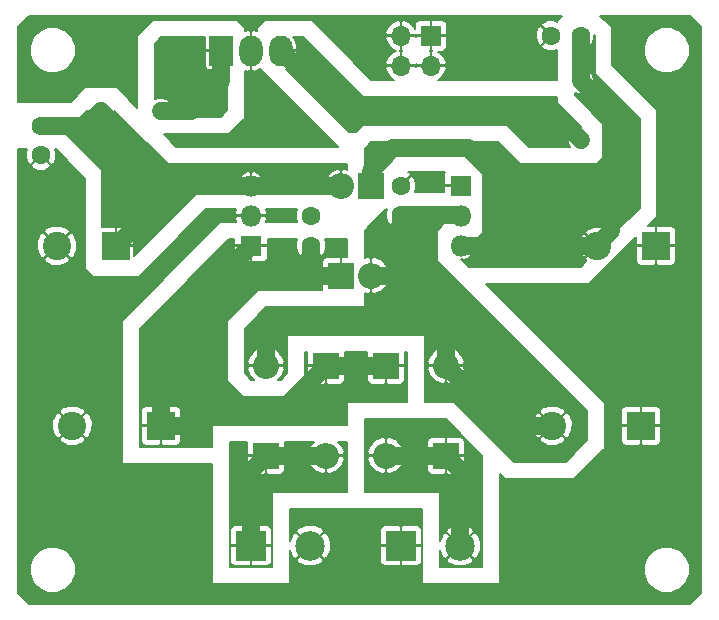
<source format=gbl>
G04 #@! TF.FileFunction,Copper,L2,Bot,Signal*
%FSLAX46Y46*%
G04 Gerber Fmt 4.6, Leading zero omitted, Abs format (unit mm)*
G04 Created by KiCad (PCBNEW 4.0.6) date 11/03/19 09:37:08*
%MOMM*%
%LPD*%
G01*
G04 APERTURE LIST*
%ADD10C,0.100000*%
%ADD11R,2.400000X2.400000*%
%ADD12C,2.400000*%
%ADD13C,1.600000*%
%ADD14R,2.200000X2.200000*%
%ADD15O,2.200000X2.200000*%
%ADD16R,1.800000X1.800000*%
%ADD17O,1.800000X1.800000*%
%ADD18R,2.500000X2.500000*%
%ADD19C,2.500000*%
%ADD20C,1.501140*%
%ADD21R,2.000000X2.600000*%
%ADD22O,2.000000X2.600000*%
%ADD23R,1.700000X1.700000*%
%ADD24O,1.700000X1.700000*%
%ADD25C,1.500000*%
%ADD26C,0.400000*%
%ADD27C,1.000000*%
%ADD28C,0.200000*%
G04 APERTURE END LIST*
D10*
D11*
X43180000Y-177800000D03*
D12*
X35680000Y-177800000D03*
D11*
X83820000Y-177800000D03*
D12*
X76320000Y-177800000D03*
D13*
X55880000Y-162560000D03*
X55880000Y-160060000D03*
X63500000Y-157480000D03*
X63500000Y-159980000D03*
D11*
X39370000Y-162560000D03*
D12*
X34370000Y-162560000D03*
D11*
X85090000Y-162560000D03*
D12*
X80090000Y-162560000D03*
D13*
X33020000Y-152400000D03*
X33020000Y-154900000D03*
X76200000Y-144780000D03*
X78700000Y-144780000D03*
D14*
X57150000Y-172720000D03*
D15*
X57150000Y-180340000D03*
D14*
X52070000Y-180340000D03*
D15*
X52070000Y-172720000D03*
D14*
X62230000Y-172720000D03*
D15*
X62230000Y-180340000D03*
D14*
X67310000Y-180340000D03*
D15*
X67310000Y-172720000D03*
D14*
X58420000Y-165100000D03*
D15*
X58420000Y-157480000D03*
D14*
X60960000Y-157480000D03*
D15*
X60960000Y-165100000D03*
D16*
X50800000Y-162560000D03*
D17*
X50800000Y-160020000D03*
X50800000Y-157480000D03*
D16*
X68580000Y-157480000D03*
D17*
X68580000Y-160020000D03*
X68580000Y-162560000D03*
D18*
X50800000Y-187960000D03*
D19*
X55800000Y-187960000D03*
D18*
X63500000Y-187960000D03*
D19*
X68500000Y-187960000D03*
D20*
X38140640Y-151130000D03*
X43139360Y-151130000D03*
X78740000Y-148630640D03*
X78740000Y-153629360D03*
D21*
X48260000Y-146050000D03*
D22*
X50800000Y-146050000D03*
X53340000Y-146050000D03*
D23*
X66040000Y-144780000D03*
D24*
X66040000Y-147320000D03*
X63500000Y-144780000D03*
X63500000Y-147320000D03*
D25*
X45720000Y-177800000D02*
X46990000Y-176530000D01*
X46990000Y-176530000D02*
X53340000Y-176530000D01*
X55880000Y-165100000D02*
X55880000Y-162560000D01*
X48260000Y-165100000D02*
X55880000Y-165100000D01*
X55880000Y-165100000D02*
X58420000Y-165100000D01*
X43180000Y-177800000D02*
X43180000Y-170180000D01*
X43180000Y-170180000D02*
X48260000Y-165100000D01*
X48260000Y-165100000D02*
X50800000Y-162560000D01*
X57150000Y-172720000D02*
X62230000Y-172720000D01*
X43180000Y-177800000D02*
X45720000Y-177800000D01*
X53340000Y-176530000D02*
X57150000Y-172720000D01*
X60960000Y-165100000D02*
X63500000Y-165100000D01*
D26*
X63500000Y-159980000D02*
X63460000Y-159980000D01*
D25*
X63500000Y-159980000D02*
X68540000Y-159980000D01*
D26*
X68540000Y-159980000D02*
X68580000Y-160020000D01*
D25*
X63500000Y-168910000D02*
X63500000Y-165100000D01*
X63500000Y-165100000D02*
X63500000Y-159980000D01*
X67310000Y-172720000D02*
X72390000Y-177800000D01*
X72390000Y-177800000D02*
X76320000Y-177800000D01*
X52070000Y-172720000D02*
X52070000Y-170180000D01*
X52070000Y-170180000D02*
X53340000Y-168910000D01*
X53340000Y-168910000D02*
X63500000Y-168910000D01*
X67310000Y-170180000D02*
X67310000Y-172720000D01*
X63500000Y-168910000D02*
X66040000Y-168910000D01*
X66040000Y-168910000D02*
X67310000Y-170180000D01*
X33020000Y-152400000D02*
X36870640Y-152400000D01*
X36870640Y-152400000D02*
X38140640Y-151130000D01*
D27*
X44450000Y-157480000D02*
X44450000Y-157439360D01*
D25*
X44450000Y-157439360D02*
X38140640Y-151130000D01*
X50800000Y-157480000D02*
X44450000Y-157480000D01*
X44450000Y-157480000D02*
X39370000Y-162560000D01*
X58420000Y-157480000D02*
X50800000Y-157480000D01*
X62865000Y-154305000D02*
X69215000Y-154305000D01*
X60960000Y-156210000D02*
X62865000Y-154305000D01*
D27*
X60960000Y-157480000D02*
X60960000Y-156210000D01*
D25*
X71120000Y-162560000D02*
X71120000Y-156210000D01*
X69215000Y-154305000D02*
X71120000Y-156210000D01*
D26*
X80090000Y-162560000D02*
X80090000Y-162480000D01*
D25*
X80090000Y-162480000D02*
X81280000Y-161290000D01*
X81280000Y-161290000D02*
X81280000Y-151170640D01*
X81280000Y-151170640D02*
X78740000Y-148630640D01*
X78740000Y-148630640D02*
X78740000Y-144820000D01*
D26*
X78740000Y-144820000D02*
X78700000Y-144780000D01*
D25*
X71120000Y-162560000D02*
X80090000Y-162560000D01*
X71120000Y-162560000D02*
X68580000Y-162560000D01*
X52070000Y-180340000D02*
X57150000Y-180340000D01*
X50800000Y-187960000D02*
X50800000Y-181610000D01*
X50800000Y-181610000D02*
X52070000Y-180340000D01*
X67310000Y-180340000D02*
X62230000Y-180340000D01*
X68500000Y-187960000D02*
X68500000Y-181530000D01*
X68500000Y-181530000D02*
X67310000Y-180340000D01*
X43139360Y-151130000D02*
X45720000Y-151130000D01*
X48260000Y-148590000D02*
X48260000Y-146050000D01*
X45720000Y-151130000D02*
X48260000Y-148590000D01*
D26*
X43139360Y-151130000D02*
X43180000Y-151130000D01*
D25*
X53340000Y-146050000D02*
X58420000Y-151130000D01*
X58420000Y-151130000D02*
X76200000Y-151130000D01*
X76200000Y-151130000D02*
X78699360Y-153629360D01*
D26*
X78699360Y-153629360D02*
X78740000Y-153629360D01*
D28*
G36*
X88900000Y-144041422D02*
X88900000Y-191958578D01*
X87958578Y-192900000D01*
X32041422Y-192900000D01*
X31100000Y-191958578D01*
X31100000Y-190386177D01*
X32049662Y-190386177D01*
X32345906Y-191103143D01*
X32893971Y-191652166D01*
X33610419Y-191949661D01*
X34386177Y-191950338D01*
X35103143Y-191654094D01*
X35652166Y-191106029D01*
X35949661Y-190389581D01*
X35950338Y-189613823D01*
X35654094Y-188896857D01*
X35106029Y-188347834D01*
X34389581Y-188050339D01*
X33613823Y-188049662D01*
X32896857Y-188345906D01*
X32347834Y-188893971D01*
X32050339Y-189610419D01*
X32049662Y-190386177D01*
X31100000Y-190386177D01*
X31100000Y-178954784D01*
X34560571Y-178954784D01*
X34681521Y-179216822D01*
X35299719Y-179491074D01*
X35975812Y-179507876D01*
X36606871Y-179264670D01*
X36678479Y-179216822D01*
X36799429Y-178954784D01*
X35680000Y-177835355D01*
X34560571Y-178954784D01*
X31100000Y-178954784D01*
X31100000Y-178095812D01*
X33972124Y-178095812D01*
X34215330Y-178726871D01*
X34263178Y-178798479D01*
X34525216Y-178919429D01*
X35644645Y-177800000D01*
X35715355Y-177800000D01*
X36834784Y-178919429D01*
X37096822Y-178798479D01*
X37371074Y-178180281D01*
X37387876Y-177504188D01*
X37144670Y-176873129D01*
X37096822Y-176801521D01*
X36834784Y-176680571D01*
X35715355Y-177800000D01*
X35644645Y-177800000D01*
X34525216Y-176680571D01*
X34263178Y-176801521D01*
X33988926Y-177419719D01*
X33972124Y-178095812D01*
X31100000Y-178095812D01*
X31100000Y-176645216D01*
X34560571Y-176645216D01*
X35680000Y-177764645D01*
X36799429Y-176645216D01*
X36678479Y-176383178D01*
X36060281Y-176108926D01*
X35384188Y-176092124D01*
X34753129Y-176335330D01*
X34681521Y-176383178D01*
X34560571Y-176645216D01*
X31100000Y-176645216D01*
X31100000Y-163714784D01*
X33250571Y-163714784D01*
X33371521Y-163976822D01*
X33989719Y-164251074D01*
X34665812Y-164267876D01*
X35296871Y-164024670D01*
X35368479Y-163976822D01*
X35489429Y-163714784D01*
X34370000Y-162595355D01*
X33250571Y-163714784D01*
X31100000Y-163714784D01*
X31100000Y-162855812D01*
X32662124Y-162855812D01*
X32905330Y-163486871D01*
X32953178Y-163558479D01*
X33215216Y-163679429D01*
X34334645Y-162560000D01*
X34405355Y-162560000D01*
X35524784Y-163679429D01*
X35786822Y-163558479D01*
X36061074Y-162940281D01*
X36077876Y-162264188D01*
X35834670Y-161633129D01*
X35786822Y-161561521D01*
X35524784Y-161440571D01*
X34405355Y-162560000D01*
X34334645Y-162560000D01*
X33215216Y-161440571D01*
X32953178Y-161561521D01*
X32678926Y-162179719D01*
X32662124Y-162855812D01*
X31100000Y-162855812D01*
X31100000Y-161405216D01*
X33250571Y-161405216D01*
X34370000Y-162524645D01*
X35489429Y-161405216D01*
X35368479Y-161143178D01*
X34750281Y-160868926D01*
X34074188Y-160852124D01*
X33443129Y-161095330D01*
X33371521Y-161143178D01*
X33250571Y-161405216D01*
X31100000Y-161405216D01*
X31100000Y-155766354D01*
X32189002Y-155766354D01*
X32261273Y-155986830D01*
X32734940Y-156194452D01*
X33252004Y-156205006D01*
X33733747Y-156016884D01*
X33778727Y-155986830D01*
X33850998Y-155766354D01*
X33020000Y-154935355D01*
X32189002Y-155766354D01*
X31100000Y-155766354D01*
X31100000Y-154405000D01*
X31817571Y-154405000D01*
X31725548Y-154614940D01*
X31714994Y-155132004D01*
X31903116Y-155613747D01*
X31933170Y-155658727D01*
X32153646Y-155730998D01*
X32984645Y-154900000D01*
X32970502Y-154885858D01*
X33005858Y-154850502D01*
X33020000Y-154864645D01*
X33034142Y-154850502D01*
X33069498Y-154885858D01*
X33055355Y-154900000D01*
X33886354Y-155730998D01*
X34106830Y-155658727D01*
X34314452Y-155185060D01*
X34325006Y-154667996D01*
X34222305Y-154405000D01*
X34248578Y-154405000D01*
X36730000Y-156886422D01*
X36730000Y-164465000D01*
X36737879Y-164503906D01*
X36759289Y-164535711D01*
X37394289Y-165170711D01*
X37427371Y-165192650D01*
X37465000Y-165200000D01*
X41275000Y-165200000D01*
X41313906Y-165192121D01*
X41345711Y-165170711D01*
X47031422Y-159485000D01*
X49534794Y-159485000D01*
X49421365Y-159776334D01*
X49525221Y-159995000D01*
X50775000Y-159995000D01*
X50775000Y-159975000D01*
X50825000Y-159975000D01*
X50825000Y-159995000D01*
X52074779Y-159995000D01*
X52178635Y-159776334D01*
X52065206Y-159485000D01*
X54712637Y-159485000D01*
X54585548Y-159774940D01*
X54574994Y-160292004D01*
X54677695Y-160555000D01*
X52065206Y-160555000D01*
X52178635Y-160263666D01*
X52074779Y-160045000D01*
X50825000Y-160045000D01*
X50825000Y-160065000D01*
X50775000Y-160065000D01*
X50775000Y-160045000D01*
X49525221Y-160045000D01*
X49421365Y-160263666D01*
X49534794Y-160555000D01*
X48260000Y-160555000D01*
X48221094Y-160562879D01*
X48189289Y-160584289D01*
X39934289Y-168839289D01*
X39912350Y-168872371D01*
X39905000Y-168910000D01*
X39905000Y-180975000D01*
X39912879Y-181013906D01*
X39935273Y-181046681D01*
X39968654Y-181068161D01*
X40005000Y-181075000D01*
X47525000Y-181075000D01*
X47525000Y-191135000D01*
X47532879Y-191173906D01*
X47555273Y-191206681D01*
X47588654Y-191228161D01*
X47625000Y-191235000D01*
X53975000Y-191235000D01*
X54013906Y-191227121D01*
X54046681Y-191204727D01*
X54068161Y-191171346D01*
X54075000Y-191135000D01*
X54075000Y-189150836D01*
X54644519Y-189150836D01*
X54771552Y-189418070D01*
X55407817Y-189700651D01*
X56103789Y-189718234D01*
X56753511Y-189468141D01*
X56828448Y-189418070D01*
X56955481Y-189150836D01*
X55800000Y-187995355D01*
X54644519Y-189150836D01*
X54075000Y-189150836D01*
X54075000Y-188350128D01*
X54291859Y-188913511D01*
X54341930Y-188988448D01*
X54609164Y-189115481D01*
X55764645Y-187960000D01*
X55835355Y-187960000D01*
X56990836Y-189115481D01*
X57258070Y-188988448D01*
X57540651Y-188352183D01*
X57546769Y-188110000D01*
X61750000Y-188110000D01*
X61750000Y-189309456D01*
X61826121Y-189493227D01*
X61966773Y-189633880D01*
X62150544Y-189710000D01*
X63350000Y-189710000D01*
X63475000Y-189585000D01*
X63475000Y-187985000D01*
X63525000Y-187985000D01*
X63525000Y-189585000D01*
X63650000Y-189710000D01*
X64849456Y-189710000D01*
X65033227Y-189633880D01*
X65173879Y-189493227D01*
X65250000Y-189309456D01*
X65250000Y-188110000D01*
X65125000Y-187985000D01*
X63525000Y-187985000D01*
X63475000Y-187985000D01*
X61875000Y-187985000D01*
X61750000Y-188110000D01*
X57546769Y-188110000D01*
X57558234Y-187656211D01*
X57308141Y-187006489D01*
X57258070Y-186931552D01*
X56990836Y-186804519D01*
X55835355Y-187960000D01*
X55764645Y-187960000D01*
X54609164Y-186804519D01*
X54341930Y-186931552D01*
X54075000Y-187532577D01*
X54075000Y-186769164D01*
X54644519Y-186769164D01*
X55800000Y-187924645D01*
X56955481Y-186769164D01*
X56880080Y-186610544D01*
X61750000Y-186610544D01*
X61750000Y-187810000D01*
X61875000Y-187935000D01*
X63475000Y-187935000D01*
X63475000Y-186335000D01*
X63525000Y-186335000D01*
X63525000Y-187935000D01*
X65125000Y-187935000D01*
X65250000Y-187810000D01*
X65250000Y-186610544D01*
X65173879Y-186426773D01*
X65033227Y-186286120D01*
X64849456Y-186210000D01*
X63650000Y-186210000D01*
X63525000Y-186335000D01*
X63475000Y-186335000D01*
X63350000Y-186210000D01*
X62150544Y-186210000D01*
X61966773Y-186286120D01*
X61826121Y-186426773D01*
X61750000Y-186610544D01*
X56880080Y-186610544D01*
X56828448Y-186501930D01*
X56192183Y-186219349D01*
X55496211Y-186201766D01*
X54846489Y-186451859D01*
X54771552Y-186501930D01*
X54644519Y-186769164D01*
X54075000Y-186769164D01*
X54075000Y-184885000D01*
X65305000Y-184885000D01*
X65305000Y-191135000D01*
X65312879Y-191173906D01*
X65335273Y-191206681D01*
X65368654Y-191228161D01*
X65405000Y-191235000D01*
X71755000Y-191235000D01*
X71793906Y-191227121D01*
X71826681Y-191204727D01*
X71848161Y-191171346D01*
X71855000Y-191135000D01*
X71855000Y-190386177D01*
X84049662Y-190386177D01*
X84345906Y-191103143D01*
X84893971Y-191652166D01*
X85610419Y-191949661D01*
X86386177Y-191950338D01*
X87103143Y-191654094D01*
X87652166Y-191106029D01*
X87949661Y-190389581D01*
X87950338Y-189613823D01*
X87654094Y-188896857D01*
X87106029Y-188347834D01*
X86389581Y-188050339D01*
X85613823Y-188049662D01*
X84896857Y-188345906D01*
X84347834Y-188893971D01*
X84050339Y-189610419D01*
X84049662Y-190386177D01*
X71855000Y-190386177D01*
X71855000Y-181851422D01*
X72319289Y-182315711D01*
X72352371Y-182337650D01*
X72390000Y-182345000D01*
X78105000Y-182345000D01*
X78143906Y-182337121D01*
X78175711Y-182315711D01*
X80715711Y-179775711D01*
X80737650Y-179742629D01*
X80745000Y-179705000D01*
X80745000Y-177950000D01*
X82120000Y-177950000D01*
X82120000Y-179099456D01*
X82196121Y-179283227D01*
X82336773Y-179423880D01*
X82520544Y-179500000D01*
X83670000Y-179500000D01*
X83795000Y-179375000D01*
X83795000Y-177825000D01*
X83845000Y-177825000D01*
X83845000Y-179375000D01*
X83970000Y-179500000D01*
X85119456Y-179500000D01*
X85303227Y-179423880D01*
X85443879Y-179283227D01*
X85520000Y-179099456D01*
X85520000Y-177950000D01*
X85395000Y-177825000D01*
X83845000Y-177825000D01*
X83795000Y-177825000D01*
X82245000Y-177825000D01*
X82120000Y-177950000D01*
X80745000Y-177950000D01*
X80745000Y-176500544D01*
X82120000Y-176500544D01*
X82120000Y-177650000D01*
X82245000Y-177775000D01*
X83795000Y-177775000D01*
X83795000Y-176225000D01*
X83845000Y-176225000D01*
X83845000Y-177775000D01*
X85395000Y-177775000D01*
X85520000Y-177650000D01*
X85520000Y-176500544D01*
X85443879Y-176316773D01*
X85303227Y-176176120D01*
X85119456Y-176100000D01*
X83970000Y-176100000D01*
X83845000Y-176225000D01*
X83795000Y-176225000D01*
X83670000Y-176100000D01*
X82520544Y-176100000D01*
X82336773Y-176176120D01*
X82196121Y-176316773D01*
X82120000Y-176500544D01*
X80745000Y-176500544D01*
X80745000Y-175895000D01*
X80737121Y-175856094D01*
X80715711Y-175824289D01*
X70726422Y-165835000D01*
X79375000Y-165835000D01*
X79413906Y-165827121D01*
X79445711Y-165805711D01*
X82541422Y-162710000D01*
X83390000Y-162710000D01*
X83390000Y-163859456D01*
X83466121Y-164043227D01*
X83606773Y-164183880D01*
X83790544Y-164260000D01*
X84940000Y-164260000D01*
X85065000Y-164135000D01*
X85065000Y-162585000D01*
X85115000Y-162585000D01*
X85115000Y-164135000D01*
X85240000Y-164260000D01*
X86389456Y-164260000D01*
X86573227Y-164183880D01*
X86713879Y-164043227D01*
X86790000Y-163859456D01*
X86790000Y-162710000D01*
X86665000Y-162585000D01*
X85115000Y-162585000D01*
X85065000Y-162585000D01*
X83515000Y-162585000D01*
X83390000Y-162710000D01*
X82541422Y-162710000D01*
X83390000Y-161861422D01*
X83390000Y-162410000D01*
X83515000Y-162535000D01*
X85065000Y-162535000D01*
X85065000Y-160985000D01*
X85115000Y-160985000D01*
X85115000Y-162535000D01*
X86665000Y-162535000D01*
X86790000Y-162410000D01*
X86790000Y-161260544D01*
X86713879Y-161076773D01*
X86573227Y-160936120D01*
X86389456Y-160860000D01*
X85240000Y-160860000D01*
X85115000Y-160985000D01*
X85065000Y-160985000D01*
X84940000Y-160860000D01*
X84391422Y-160860000D01*
X85160711Y-160090711D01*
X85182650Y-160057629D01*
X85190000Y-160020000D01*
X85190000Y-151130000D01*
X85182121Y-151091094D01*
X85160711Y-151059289D01*
X81380000Y-147278578D01*
X81380000Y-146386177D01*
X84049662Y-146386177D01*
X84345906Y-147103143D01*
X84893971Y-147652166D01*
X85610419Y-147949661D01*
X86386177Y-147950338D01*
X87103143Y-147654094D01*
X87652166Y-147106029D01*
X87949661Y-146389581D01*
X87950338Y-145613823D01*
X87654094Y-144896857D01*
X87106029Y-144347834D01*
X86389581Y-144050339D01*
X85613823Y-144049662D01*
X84896857Y-144345906D01*
X84347834Y-144893971D01*
X84050339Y-145610419D01*
X84049662Y-146386177D01*
X81380000Y-146386177D01*
X81380000Y-144145000D01*
X81372121Y-144106094D01*
X81350711Y-144074289D01*
X80376422Y-143100000D01*
X87958578Y-143100000D01*
X88900000Y-144041422D01*
X88900000Y-144041422D01*
G37*
X88900000Y-144041422D02*
X88900000Y-191958578D01*
X87958578Y-192900000D01*
X32041422Y-192900000D01*
X31100000Y-191958578D01*
X31100000Y-190386177D01*
X32049662Y-190386177D01*
X32345906Y-191103143D01*
X32893971Y-191652166D01*
X33610419Y-191949661D01*
X34386177Y-191950338D01*
X35103143Y-191654094D01*
X35652166Y-191106029D01*
X35949661Y-190389581D01*
X35950338Y-189613823D01*
X35654094Y-188896857D01*
X35106029Y-188347834D01*
X34389581Y-188050339D01*
X33613823Y-188049662D01*
X32896857Y-188345906D01*
X32347834Y-188893971D01*
X32050339Y-189610419D01*
X32049662Y-190386177D01*
X31100000Y-190386177D01*
X31100000Y-178954784D01*
X34560571Y-178954784D01*
X34681521Y-179216822D01*
X35299719Y-179491074D01*
X35975812Y-179507876D01*
X36606871Y-179264670D01*
X36678479Y-179216822D01*
X36799429Y-178954784D01*
X35680000Y-177835355D01*
X34560571Y-178954784D01*
X31100000Y-178954784D01*
X31100000Y-178095812D01*
X33972124Y-178095812D01*
X34215330Y-178726871D01*
X34263178Y-178798479D01*
X34525216Y-178919429D01*
X35644645Y-177800000D01*
X35715355Y-177800000D01*
X36834784Y-178919429D01*
X37096822Y-178798479D01*
X37371074Y-178180281D01*
X37387876Y-177504188D01*
X37144670Y-176873129D01*
X37096822Y-176801521D01*
X36834784Y-176680571D01*
X35715355Y-177800000D01*
X35644645Y-177800000D01*
X34525216Y-176680571D01*
X34263178Y-176801521D01*
X33988926Y-177419719D01*
X33972124Y-178095812D01*
X31100000Y-178095812D01*
X31100000Y-176645216D01*
X34560571Y-176645216D01*
X35680000Y-177764645D01*
X36799429Y-176645216D01*
X36678479Y-176383178D01*
X36060281Y-176108926D01*
X35384188Y-176092124D01*
X34753129Y-176335330D01*
X34681521Y-176383178D01*
X34560571Y-176645216D01*
X31100000Y-176645216D01*
X31100000Y-163714784D01*
X33250571Y-163714784D01*
X33371521Y-163976822D01*
X33989719Y-164251074D01*
X34665812Y-164267876D01*
X35296871Y-164024670D01*
X35368479Y-163976822D01*
X35489429Y-163714784D01*
X34370000Y-162595355D01*
X33250571Y-163714784D01*
X31100000Y-163714784D01*
X31100000Y-162855812D01*
X32662124Y-162855812D01*
X32905330Y-163486871D01*
X32953178Y-163558479D01*
X33215216Y-163679429D01*
X34334645Y-162560000D01*
X34405355Y-162560000D01*
X35524784Y-163679429D01*
X35786822Y-163558479D01*
X36061074Y-162940281D01*
X36077876Y-162264188D01*
X35834670Y-161633129D01*
X35786822Y-161561521D01*
X35524784Y-161440571D01*
X34405355Y-162560000D01*
X34334645Y-162560000D01*
X33215216Y-161440571D01*
X32953178Y-161561521D01*
X32678926Y-162179719D01*
X32662124Y-162855812D01*
X31100000Y-162855812D01*
X31100000Y-161405216D01*
X33250571Y-161405216D01*
X34370000Y-162524645D01*
X35489429Y-161405216D01*
X35368479Y-161143178D01*
X34750281Y-160868926D01*
X34074188Y-160852124D01*
X33443129Y-161095330D01*
X33371521Y-161143178D01*
X33250571Y-161405216D01*
X31100000Y-161405216D01*
X31100000Y-155766354D01*
X32189002Y-155766354D01*
X32261273Y-155986830D01*
X32734940Y-156194452D01*
X33252004Y-156205006D01*
X33733747Y-156016884D01*
X33778727Y-155986830D01*
X33850998Y-155766354D01*
X33020000Y-154935355D01*
X32189002Y-155766354D01*
X31100000Y-155766354D01*
X31100000Y-154405000D01*
X31817571Y-154405000D01*
X31725548Y-154614940D01*
X31714994Y-155132004D01*
X31903116Y-155613747D01*
X31933170Y-155658727D01*
X32153646Y-155730998D01*
X32984645Y-154900000D01*
X32970502Y-154885858D01*
X33005858Y-154850502D01*
X33020000Y-154864645D01*
X33034142Y-154850502D01*
X33069498Y-154885858D01*
X33055355Y-154900000D01*
X33886354Y-155730998D01*
X34106830Y-155658727D01*
X34314452Y-155185060D01*
X34325006Y-154667996D01*
X34222305Y-154405000D01*
X34248578Y-154405000D01*
X36730000Y-156886422D01*
X36730000Y-164465000D01*
X36737879Y-164503906D01*
X36759289Y-164535711D01*
X37394289Y-165170711D01*
X37427371Y-165192650D01*
X37465000Y-165200000D01*
X41275000Y-165200000D01*
X41313906Y-165192121D01*
X41345711Y-165170711D01*
X47031422Y-159485000D01*
X49534794Y-159485000D01*
X49421365Y-159776334D01*
X49525221Y-159995000D01*
X50775000Y-159995000D01*
X50775000Y-159975000D01*
X50825000Y-159975000D01*
X50825000Y-159995000D01*
X52074779Y-159995000D01*
X52178635Y-159776334D01*
X52065206Y-159485000D01*
X54712637Y-159485000D01*
X54585548Y-159774940D01*
X54574994Y-160292004D01*
X54677695Y-160555000D01*
X52065206Y-160555000D01*
X52178635Y-160263666D01*
X52074779Y-160045000D01*
X50825000Y-160045000D01*
X50825000Y-160065000D01*
X50775000Y-160065000D01*
X50775000Y-160045000D01*
X49525221Y-160045000D01*
X49421365Y-160263666D01*
X49534794Y-160555000D01*
X48260000Y-160555000D01*
X48221094Y-160562879D01*
X48189289Y-160584289D01*
X39934289Y-168839289D01*
X39912350Y-168872371D01*
X39905000Y-168910000D01*
X39905000Y-180975000D01*
X39912879Y-181013906D01*
X39935273Y-181046681D01*
X39968654Y-181068161D01*
X40005000Y-181075000D01*
X47525000Y-181075000D01*
X47525000Y-191135000D01*
X47532879Y-191173906D01*
X47555273Y-191206681D01*
X47588654Y-191228161D01*
X47625000Y-191235000D01*
X53975000Y-191235000D01*
X54013906Y-191227121D01*
X54046681Y-191204727D01*
X54068161Y-191171346D01*
X54075000Y-191135000D01*
X54075000Y-189150836D01*
X54644519Y-189150836D01*
X54771552Y-189418070D01*
X55407817Y-189700651D01*
X56103789Y-189718234D01*
X56753511Y-189468141D01*
X56828448Y-189418070D01*
X56955481Y-189150836D01*
X55800000Y-187995355D01*
X54644519Y-189150836D01*
X54075000Y-189150836D01*
X54075000Y-188350128D01*
X54291859Y-188913511D01*
X54341930Y-188988448D01*
X54609164Y-189115481D01*
X55764645Y-187960000D01*
X55835355Y-187960000D01*
X56990836Y-189115481D01*
X57258070Y-188988448D01*
X57540651Y-188352183D01*
X57546769Y-188110000D01*
X61750000Y-188110000D01*
X61750000Y-189309456D01*
X61826121Y-189493227D01*
X61966773Y-189633880D01*
X62150544Y-189710000D01*
X63350000Y-189710000D01*
X63475000Y-189585000D01*
X63475000Y-187985000D01*
X63525000Y-187985000D01*
X63525000Y-189585000D01*
X63650000Y-189710000D01*
X64849456Y-189710000D01*
X65033227Y-189633880D01*
X65173879Y-189493227D01*
X65250000Y-189309456D01*
X65250000Y-188110000D01*
X65125000Y-187985000D01*
X63525000Y-187985000D01*
X63475000Y-187985000D01*
X61875000Y-187985000D01*
X61750000Y-188110000D01*
X57546769Y-188110000D01*
X57558234Y-187656211D01*
X57308141Y-187006489D01*
X57258070Y-186931552D01*
X56990836Y-186804519D01*
X55835355Y-187960000D01*
X55764645Y-187960000D01*
X54609164Y-186804519D01*
X54341930Y-186931552D01*
X54075000Y-187532577D01*
X54075000Y-186769164D01*
X54644519Y-186769164D01*
X55800000Y-187924645D01*
X56955481Y-186769164D01*
X56880080Y-186610544D01*
X61750000Y-186610544D01*
X61750000Y-187810000D01*
X61875000Y-187935000D01*
X63475000Y-187935000D01*
X63475000Y-186335000D01*
X63525000Y-186335000D01*
X63525000Y-187935000D01*
X65125000Y-187935000D01*
X65250000Y-187810000D01*
X65250000Y-186610544D01*
X65173879Y-186426773D01*
X65033227Y-186286120D01*
X64849456Y-186210000D01*
X63650000Y-186210000D01*
X63525000Y-186335000D01*
X63475000Y-186335000D01*
X63350000Y-186210000D01*
X62150544Y-186210000D01*
X61966773Y-186286120D01*
X61826121Y-186426773D01*
X61750000Y-186610544D01*
X56880080Y-186610544D01*
X56828448Y-186501930D01*
X56192183Y-186219349D01*
X55496211Y-186201766D01*
X54846489Y-186451859D01*
X54771552Y-186501930D01*
X54644519Y-186769164D01*
X54075000Y-186769164D01*
X54075000Y-184885000D01*
X65305000Y-184885000D01*
X65305000Y-191135000D01*
X65312879Y-191173906D01*
X65335273Y-191206681D01*
X65368654Y-191228161D01*
X65405000Y-191235000D01*
X71755000Y-191235000D01*
X71793906Y-191227121D01*
X71826681Y-191204727D01*
X71848161Y-191171346D01*
X71855000Y-191135000D01*
X71855000Y-190386177D01*
X84049662Y-190386177D01*
X84345906Y-191103143D01*
X84893971Y-191652166D01*
X85610419Y-191949661D01*
X86386177Y-191950338D01*
X87103143Y-191654094D01*
X87652166Y-191106029D01*
X87949661Y-190389581D01*
X87950338Y-189613823D01*
X87654094Y-188896857D01*
X87106029Y-188347834D01*
X86389581Y-188050339D01*
X85613823Y-188049662D01*
X84896857Y-188345906D01*
X84347834Y-188893971D01*
X84050339Y-189610419D01*
X84049662Y-190386177D01*
X71855000Y-190386177D01*
X71855000Y-181851422D01*
X72319289Y-182315711D01*
X72352371Y-182337650D01*
X72390000Y-182345000D01*
X78105000Y-182345000D01*
X78143906Y-182337121D01*
X78175711Y-182315711D01*
X80715711Y-179775711D01*
X80737650Y-179742629D01*
X80745000Y-179705000D01*
X80745000Y-177950000D01*
X82120000Y-177950000D01*
X82120000Y-179099456D01*
X82196121Y-179283227D01*
X82336773Y-179423880D01*
X82520544Y-179500000D01*
X83670000Y-179500000D01*
X83795000Y-179375000D01*
X83795000Y-177825000D01*
X83845000Y-177825000D01*
X83845000Y-179375000D01*
X83970000Y-179500000D01*
X85119456Y-179500000D01*
X85303227Y-179423880D01*
X85443879Y-179283227D01*
X85520000Y-179099456D01*
X85520000Y-177950000D01*
X85395000Y-177825000D01*
X83845000Y-177825000D01*
X83795000Y-177825000D01*
X82245000Y-177825000D01*
X82120000Y-177950000D01*
X80745000Y-177950000D01*
X80745000Y-176500544D01*
X82120000Y-176500544D01*
X82120000Y-177650000D01*
X82245000Y-177775000D01*
X83795000Y-177775000D01*
X83795000Y-176225000D01*
X83845000Y-176225000D01*
X83845000Y-177775000D01*
X85395000Y-177775000D01*
X85520000Y-177650000D01*
X85520000Y-176500544D01*
X85443879Y-176316773D01*
X85303227Y-176176120D01*
X85119456Y-176100000D01*
X83970000Y-176100000D01*
X83845000Y-176225000D01*
X83795000Y-176225000D01*
X83670000Y-176100000D01*
X82520544Y-176100000D01*
X82336773Y-176176120D01*
X82196121Y-176316773D01*
X82120000Y-176500544D01*
X80745000Y-176500544D01*
X80745000Y-175895000D01*
X80737121Y-175856094D01*
X80715711Y-175824289D01*
X70726422Y-165835000D01*
X79375000Y-165835000D01*
X79413906Y-165827121D01*
X79445711Y-165805711D01*
X82541422Y-162710000D01*
X83390000Y-162710000D01*
X83390000Y-163859456D01*
X83466121Y-164043227D01*
X83606773Y-164183880D01*
X83790544Y-164260000D01*
X84940000Y-164260000D01*
X85065000Y-164135000D01*
X85065000Y-162585000D01*
X85115000Y-162585000D01*
X85115000Y-164135000D01*
X85240000Y-164260000D01*
X86389456Y-164260000D01*
X86573227Y-164183880D01*
X86713879Y-164043227D01*
X86790000Y-163859456D01*
X86790000Y-162710000D01*
X86665000Y-162585000D01*
X85115000Y-162585000D01*
X85065000Y-162585000D01*
X83515000Y-162585000D01*
X83390000Y-162710000D01*
X82541422Y-162710000D01*
X83390000Y-161861422D01*
X83390000Y-162410000D01*
X83515000Y-162535000D01*
X85065000Y-162535000D01*
X85065000Y-160985000D01*
X85115000Y-160985000D01*
X85115000Y-162535000D01*
X86665000Y-162535000D01*
X86790000Y-162410000D01*
X86790000Y-161260544D01*
X86713879Y-161076773D01*
X86573227Y-160936120D01*
X86389456Y-160860000D01*
X85240000Y-160860000D01*
X85115000Y-160985000D01*
X85065000Y-160985000D01*
X84940000Y-160860000D01*
X84391422Y-160860000D01*
X85160711Y-160090711D01*
X85182650Y-160057629D01*
X85190000Y-160020000D01*
X85190000Y-151130000D01*
X85182121Y-151091094D01*
X85160711Y-151059289D01*
X81380000Y-147278578D01*
X81380000Y-146386177D01*
X84049662Y-146386177D01*
X84345906Y-147103143D01*
X84893971Y-147652166D01*
X85610419Y-147949661D01*
X86386177Y-147950338D01*
X87103143Y-147654094D01*
X87652166Y-147106029D01*
X87949661Y-146389581D01*
X87950338Y-145613823D01*
X87654094Y-144896857D01*
X87106029Y-144347834D01*
X86389581Y-144050339D01*
X85613823Y-144049662D01*
X84896857Y-144345906D01*
X84347834Y-144893971D01*
X84050339Y-145610419D01*
X84049662Y-146386177D01*
X81380000Y-146386177D01*
X81380000Y-144145000D01*
X81372121Y-144106094D01*
X81350711Y-144074289D01*
X80376422Y-143100000D01*
X87958578Y-143100000D01*
X88900000Y-144041422D01*
G36*
X55929498Y-160045858D02*
X55915355Y-160060000D01*
X55929498Y-160074142D01*
X55894142Y-160109498D01*
X55880000Y-160095355D01*
X55865858Y-160109498D01*
X55830502Y-160074142D01*
X55844645Y-160060000D01*
X55830502Y-160045858D01*
X55865858Y-160010502D01*
X55880000Y-160024645D01*
X55894142Y-160010502D01*
X55929498Y-160045858D01*
X55929498Y-160045858D01*
G37*
X55929498Y-160045858D02*
X55915355Y-160060000D01*
X55929498Y-160074142D01*
X55894142Y-160109498D01*
X55880000Y-160095355D01*
X55865858Y-160109498D01*
X55830502Y-160074142D01*
X55844645Y-160060000D01*
X55830502Y-160045858D01*
X55865858Y-160010502D01*
X55880000Y-160024645D01*
X55894142Y-160010502D01*
X55929498Y-160045858D01*
G36*
X62205548Y-159694940D02*
X62194994Y-160212004D01*
X62383116Y-160693747D01*
X62413170Y-160738727D01*
X62633646Y-160810998D01*
X63464645Y-159980000D01*
X63450502Y-159965858D01*
X63485858Y-159930502D01*
X63500000Y-159944645D01*
X63514142Y-159930502D01*
X63549498Y-159965858D01*
X63535355Y-159980000D01*
X64366354Y-160810998D01*
X64586830Y-160738727D01*
X64794452Y-160265060D01*
X64805006Y-159747996D01*
X64702305Y-159485000D01*
X67314794Y-159485000D01*
X67201365Y-159776334D01*
X67305221Y-159995000D01*
X68555000Y-159995000D01*
X68555000Y-159975000D01*
X68605000Y-159975000D01*
X68605000Y-159995000D01*
X68625000Y-159995000D01*
X68625000Y-160045000D01*
X68605000Y-160045000D01*
X68605000Y-160065000D01*
X68555000Y-160065000D01*
X68555000Y-160045000D01*
X67305221Y-160045000D01*
X67201365Y-160263666D01*
X67314794Y-160555000D01*
X67310000Y-160555000D01*
X67271094Y-160562879D01*
X67239289Y-160584289D01*
X66604289Y-161219289D01*
X66582350Y-161252371D01*
X66575000Y-161290000D01*
X66575000Y-163830000D01*
X66582879Y-163868906D01*
X66604289Y-163900711D01*
X79275000Y-176571422D01*
X79275000Y-179028578D01*
X77428578Y-180875000D01*
X73066422Y-180875000D01*
X71146206Y-178954784D01*
X75200571Y-178954784D01*
X75321521Y-179216822D01*
X75939719Y-179491074D01*
X76615812Y-179507876D01*
X77246871Y-179264670D01*
X77318479Y-179216822D01*
X77439429Y-178954784D01*
X76320000Y-177835355D01*
X75200571Y-178954784D01*
X71146206Y-178954784D01*
X70287234Y-178095812D01*
X74612124Y-178095812D01*
X74855330Y-178726871D01*
X74903178Y-178798479D01*
X75165216Y-178919429D01*
X76284645Y-177800000D01*
X76355355Y-177800000D01*
X77474784Y-178919429D01*
X77736822Y-178798479D01*
X78011074Y-178180281D01*
X78027876Y-177504188D01*
X77784670Y-176873129D01*
X77736822Y-176801521D01*
X77474784Y-176680571D01*
X76355355Y-177800000D01*
X76284645Y-177800000D01*
X75165216Y-176680571D01*
X74903178Y-176801521D01*
X74628926Y-177419719D01*
X74612124Y-178095812D01*
X70287234Y-178095812D01*
X68836638Y-176645216D01*
X75200571Y-176645216D01*
X76320000Y-177764645D01*
X77439429Y-176645216D01*
X77318479Y-176383178D01*
X76700281Y-176108926D01*
X76024188Y-176092124D01*
X75393129Y-176335330D01*
X75321521Y-176383178D01*
X75200571Y-176645216D01*
X68836638Y-176645216D01*
X68015711Y-175824289D01*
X67982629Y-175802350D01*
X67945000Y-175795000D01*
X65505000Y-175795000D01*
X65505000Y-172994957D01*
X65733801Y-172994957D01*
X65959003Y-173577212D01*
X66389882Y-174028965D01*
X66960841Y-174281440D01*
X67035043Y-174296198D01*
X67285000Y-174194788D01*
X67285000Y-172745000D01*
X67335000Y-172745000D01*
X67335000Y-174194788D01*
X67584957Y-174296198D01*
X67659159Y-174281440D01*
X68230118Y-174028965D01*
X68660997Y-173577212D01*
X68886199Y-172994957D01*
X68784806Y-172745000D01*
X67335000Y-172745000D01*
X67285000Y-172745000D01*
X65835194Y-172745000D01*
X65733801Y-172994957D01*
X65505000Y-172994957D01*
X65505000Y-172445043D01*
X65733801Y-172445043D01*
X65835194Y-172695000D01*
X67285000Y-172695000D01*
X67285000Y-171245212D01*
X67335000Y-171245212D01*
X67335000Y-172695000D01*
X68784806Y-172695000D01*
X68886199Y-172445043D01*
X68660997Y-171862788D01*
X68230118Y-171411035D01*
X67659159Y-171158560D01*
X67584957Y-171143802D01*
X67335000Y-171245212D01*
X67285000Y-171245212D01*
X67035043Y-171143802D01*
X66960841Y-171158560D01*
X66389882Y-171411035D01*
X65959003Y-171862788D01*
X65733801Y-172445043D01*
X65505000Y-172445043D01*
X65505000Y-170180000D01*
X65497121Y-170141094D01*
X65474727Y-170108319D01*
X65441346Y-170086839D01*
X65405000Y-170080000D01*
X53975000Y-170080000D01*
X53936094Y-170087879D01*
X53903319Y-170110273D01*
X53881839Y-170143654D01*
X53875000Y-170180000D01*
X53875000Y-173313578D01*
X53298578Y-173890000D01*
X53122662Y-173890000D01*
X53420997Y-173577212D01*
X53646199Y-172994957D01*
X53544806Y-172745000D01*
X52095000Y-172745000D01*
X52095000Y-172765000D01*
X52045000Y-172765000D01*
X52045000Y-172745000D01*
X50595194Y-172745000D01*
X50493801Y-172994957D01*
X50719003Y-173577212D01*
X51017338Y-173890000D01*
X50841422Y-173890000D01*
X50265000Y-173313578D01*
X50265000Y-172445043D01*
X50493801Y-172445043D01*
X50595194Y-172695000D01*
X52045000Y-172695000D01*
X52045000Y-171245212D01*
X52095000Y-171245212D01*
X52095000Y-172695000D01*
X53544806Y-172695000D01*
X53646199Y-172445043D01*
X53420997Y-171862788D01*
X52990118Y-171411035D01*
X52419159Y-171158560D01*
X52344957Y-171143802D01*
X52095000Y-171245212D01*
X52045000Y-171245212D01*
X51795043Y-171143802D01*
X51720841Y-171158560D01*
X51149882Y-171411035D01*
X50719003Y-171862788D01*
X50493801Y-172445043D01*
X50265000Y-172445043D01*
X50265000Y-169586422D01*
X52111422Y-167740000D01*
X60325000Y-167740000D01*
X60363906Y-167732121D01*
X60396681Y-167709727D01*
X60418161Y-167676346D01*
X60425000Y-167640000D01*
X60425000Y-166579262D01*
X60610841Y-166661440D01*
X60685043Y-166676198D01*
X60935000Y-166574788D01*
X60935000Y-165125000D01*
X60985000Y-165125000D01*
X60985000Y-166574788D01*
X61234957Y-166676198D01*
X61309159Y-166661440D01*
X61880118Y-166408965D01*
X62310997Y-165957212D01*
X62536199Y-165374957D01*
X62434806Y-165125000D01*
X60985000Y-165125000D01*
X60935000Y-165125000D01*
X60915000Y-165125000D01*
X60915000Y-165075000D01*
X60935000Y-165075000D01*
X60935000Y-163625212D01*
X60985000Y-163625212D01*
X60985000Y-165075000D01*
X62434806Y-165075000D01*
X62536199Y-164825043D01*
X62310997Y-164242788D01*
X61880118Y-163791035D01*
X61309159Y-163538560D01*
X61234957Y-163523802D01*
X60985000Y-163625212D01*
X60935000Y-163625212D01*
X60685043Y-163523802D01*
X60610841Y-163538560D01*
X60425000Y-163620738D01*
X60425000Y-161331422D01*
X60910068Y-160846354D01*
X62669002Y-160846354D01*
X62741273Y-161066830D01*
X63214940Y-161274452D01*
X63732004Y-161285006D01*
X64213747Y-161096884D01*
X64258727Y-161066830D01*
X64330998Y-160846354D01*
X63500000Y-160015355D01*
X62669002Y-160846354D01*
X60910068Y-160846354D01*
X62271422Y-159485000D01*
X62297571Y-159485000D01*
X62205548Y-159694940D01*
X62205548Y-159694940D01*
G37*
X62205548Y-159694940D02*
X62194994Y-160212004D01*
X62383116Y-160693747D01*
X62413170Y-160738727D01*
X62633646Y-160810998D01*
X63464645Y-159980000D01*
X63450502Y-159965858D01*
X63485858Y-159930502D01*
X63500000Y-159944645D01*
X63514142Y-159930502D01*
X63549498Y-159965858D01*
X63535355Y-159980000D01*
X64366354Y-160810998D01*
X64586830Y-160738727D01*
X64794452Y-160265060D01*
X64805006Y-159747996D01*
X64702305Y-159485000D01*
X67314794Y-159485000D01*
X67201365Y-159776334D01*
X67305221Y-159995000D01*
X68555000Y-159995000D01*
X68555000Y-159975000D01*
X68605000Y-159975000D01*
X68605000Y-159995000D01*
X68625000Y-159995000D01*
X68625000Y-160045000D01*
X68605000Y-160045000D01*
X68605000Y-160065000D01*
X68555000Y-160065000D01*
X68555000Y-160045000D01*
X67305221Y-160045000D01*
X67201365Y-160263666D01*
X67314794Y-160555000D01*
X67310000Y-160555000D01*
X67271094Y-160562879D01*
X67239289Y-160584289D01*
X66604289Y-161219289D01*
X66582350Y-161252371D01*
X66575000Y-161290000D01*
X66575000Y-163830000D01*
X66582879Y-163868906D01*
X66604289Y-163900711D01*
X79275000Y-176571422D01*
X79275000Y-179028578D01*
X77428578Y-180875000D01*
X73066422Y-180875000D01*
X71146206Y-178954784D01*
X75200571Y-178954784D01*
X75321521Y-179216822D01*
X75939719Y-179491074D01*
X76615812Y-179507876D01*
X77246871Y-179264670D01*
X77318479Y-179216822D01*
X77439429Y-178954784D01*
X76320000Y-177835355D01*
X75200571Y-178954784D01*
X71146206Y-178954784D01*
X70287234Y-178095812D01*
X74612124Y-178095812D01*
X74855330Y-178726871D01*
X74903178Y-178798479D01*
X75165216Y-178919429D01*
X76284645Y-177800000D01*
X76355355Y-177800000D01*
X77474784Y-178919429D01*
X77736822Y-178798479D01*
X78011074Y-178180281D01*
X78027876Y-177504188D01*
X77784670Y-176873129D01*
X77736822Y-176801521D01*
X77474784Y-176680571D01*
X76355355Y-177800000D01*
X76284645Y-177800000D01*
X75165216Y-176680571D01*
X74903178Y-176801521D01*
X74628926Y-177419719D01*
X74612124Y-178095812D01*
X70287234Y-178095812D01*
X68836638Y-176645216D01*
X75200571Y-176645216D01*
X76320000Y-177764645D01*
X77439429Y-176645216D01*
X77318479Y-176383178D01*
X76700281Y-176108926D01*
X76024188Y-176092124D01*
X75393129Y-176335330D01*
X75321521Y-176383178D01*
X75200571Y-176645216D01*
X68836638Y-176645216D01*
X68015711Y-175824289D01*
X67982629Y-175802350D01*
X67945000Y-175795000D01*
X65505000Y-175795000D01*
X65505000Y-172994957D01*
X65733801Y-172994957D01*
X65959003Y-173577212D01*
X66389882Y-174028965D01*
X66960841Y-174281440D01*
X67035043Y-174296198D01*
X67285000Y-174194788D01*
X67285000Y-172745000D01*
X67335000Y-172745000D01*
X67335000Y-174194788D01*
X67584957Y-174296198D01*
X67659159Y-174281440D01*
X68230118Y-174028965D01*
X68660997Y-173577212D01*
X68886199Y-172994957D01*
X68784806Y-172745000D01*
X67335000Y-172745000D01*
X67285000Y-172745000D01*
X65835194Y-172745000D01*
X65733801Y-172994957D01*
X65505000Y-172994957D01*
X65505000Y-172445043D01*
X65733801Y-172445043D01*
X65835194Y-172695000D01*
X67285000Y-172695000D01*
X67285000Y-171245212D01*
X67335000Y-171245212D01*
X67335000Y-172695000D01*
X68784806Y-172695000D01*
X68886199Y-172445043D01*
X68660997Y-171862788D01*
X68230118Y-171411035D01*
X67659159Y-171158560D01*
X67584957Y-171143802D01*
X67335000Y-171245212D01*
X67285000Y-171245212D01*
X67035043Y-171143802D01*
X66960841Y-171158560D01*
X66389882Y-171411035D01*
X65959003Y-171862788D01*
X65733801Y-172445043D01*
X65505000Y-172445043D01*
X65505000Y-170180000D01*
X65497121Y-170141094D01*
X65474727Y-170108319D01*
X65441346Y-170086839D01*
X65405000Y-170080000D01*
X53975000Y-170080000D01*
X53936094Y-170087879D01*
X53903319Y-170110273D01*
X53881839Y-170143654D01*
X53875000Y-170180000D01*
X53875000Y-173313578D01*
X53298578Y-173890000D01*
X53122662Y-173890000D01*
X53420997Y-173577212D01*
X53646199Y-172994957D01*
X53544806Y-172745000D01*
X52095000Y-172745000D01*
X52095000Y-172765000D01*
X52045000Y-172765000D01*
X52045000Y-172745000D01*
X50595194Y-172745000D01*
X50493801Y-172994957D01*
X50719003Y-173577212D01*
X51017338Y-173890000D01*
X50841422Y-173890000D01*
X50265000Y-173313578D01*
X50265000Y-172445043D01*
X50493801Y-172445043D01*
X50595194Y-172695000D01*
X52045000Y-172695000D01*
X52045000Y-171245212D01*
X52095000Y-171245212D01*
X52095000Y-172695000D01*
X53544806Y-172695000D01*
X53646199Y-172445043D01*
X53420997Y-171862788D01*
X52990118Y-171411035D01*
X52419159Y-171158560D01*
X52344957Y-171143802D01*
X52095000Y-171245212D01*
X52045000Y-171245212D01*
X51795043Y-171143802D01*
X51720841Y-171158560D01*
X51149882Y-171411035D01*
X50719003Y-171862788D01*
X50493801Y-172445043D01*
X50265000Y-172445043D01*
X50265000Y-169586422D01*
X52111422Y-167740000D01*
X60325000Y-167740000D01*
X60363906Y-167732121D01*
X60396681Y-167709727D01*
X60418161Y-167676346D01*
X60425000Y-167640000D01*
X60425000Y-166579262D01*
X60610841Y-166661440D01*
X60685043Y-166676198D01*
X60935000Y-166574788D01*
X60935000Y-165125000D01*
X60985000Y-165125000D01*
X60985000Y-166574788D01*
X61234957Y-166676198D01*
X61309159Y-166661440D01*
X61880118Y-166408965D01*
X62310997Y-165957212D01*
X62536199Y-165374957D01*
X62434806Y-165125000D01*
X60985000Y-165125000D01*
X60935000Y-165125000D01*
X60915000Y-165125000D01*
X60915000Y-165075000D01*
X60935000Y-165075000D01*
X60935000Y-163625212D01*
X60985000Y-163625212D01*
X60985000Y-165075000D01*
X62434806Y-165075000D01*
X62536199Y-164825043D01*
X62310997Y-164242788D01*
X61880118Y-163791035D01*
X61309159Y-163538560D01*
X61234957Y-163523802D01*
X60985000Y-163625212D01*
X60935000Y-163625212D01*
X60685043Y-163523802D01*
X60610841Y-163538560D01*
X60425000Y-163620738D01*
X60425000Y-161331422D01*
X60910068Y-160846354D01*
X62669002Y-160846354D01*
X62741273Y-161066830D01*
X63214940Y-161274452D01*
X63732004Y-161285006D01*
X64213747Y-161096884D01*
X64258727Y-161066830D01*
X64330998Y-160846354D01*
X63500000Y-160015355D01*
X62669002Y-160846354D01*
X60910068Y-160846354D01*
X62271422Y-159485000D01*
X62297571Y-159485000D01*
X62205548Y-159694940D01*
G36*
X70385000Y-180381422D02*
X70385000Y-189765000D01*
X66775000Y-189765000D01*
X66775000Y-189150836D01*
X67344519Y-189150836D01*
X67471552Y-189418070D01*
X68107817Y-189700651D01*
X68803789Y-189718234D01*
X69453511Y-189468141D01*
X69528448Y-189418070D01*
X69655481Y-189150836D01*
X68500000Y-187995355D01*
X67344519Y-189150836D01*
X66775000Y-189150836D01*
X66775000Y-188350128D01*
X66991859Y-188913511D01*
X67041930Y-188988448D01*
X67309164Y-189115481D01*
X68464645Y-187960000D01*
X68535355Y-187960000D01*
X69690836Y-189115481D01*
X69958070Y-188988448D01*
X70240651Y-188352183D01*
X70258234Y-187656211D01*
X70008141Y-187006489D01*
X69958070Y-186931552D01*
X69690836Y-186804519D01*
X68535355Y-187960000D01*
X68464645Y-187960000D01*
X67309164Y-186804519D01*
X67041930Y-186931552D01*
X66775000Y-187532577D01*
X66775000Y-186769164D01*
X67344519Y-186769164D01*
X68500000Y-187924645D01*
X69655481Y-186769164D01*
X69528448Y-186501930D01*
X68892183Y-186219349D01*
X68196211Y-186201766D01*
X67546489Y-186451859D01*
X67471552Y-186501930D01*
X67344519Y-186769164D01*
X66775000Y-186769164D01*
X66775000Y-183515000D01*
X66767121Y-183476094D01*
X66744727Y-183443319D01*
X66711346Y-183421839D01*
X66675000Y-183415000D01*
X60425000Y-183415000D01*
X60425000Y-180614957D01*
X60653801Y-180614957D01*
X60879003Y-181197212D01*
X61309882Y-181648965D01*
X61880841Y-181901440D01*
X61955043Y-181916198D01*
X62205000Y-181814788D01*
X62205000Y-180365000D01*
X62255000Y-180365000D01*
X62255000Y-181814788D01*
X62504957Y-181916198D01*
X62579159Y-181901440D01*
X63150118Y-181648965D01*
X63580997Y-181197212D01*
X63806199Y-180614957D01*
X63755512Y-180490000D01*
X65710000Y-180490000D01*
X65710000Y-181539456D01*
X65786120Y-181723227D01*
X65926773Y-181863879D01*
X66110544Y-181940000D01*
X67160000Y-181940000D01*
X67285000Y-181815000D01*
X67285000Y-180365000D01*
X67335000Y-180365000D01*
X67335000Y-181815000D01*
X67460000Y-181940000D01*
X68509456Y-181940000D01*
X68693227Y-181863879D01*
X68833880Y-181723227D01*
X68910000Y-181539456D01*
X68910000Y-180490000D01*
X68785000Y-180365000D01*
X67335000Y-180365000D01*
X67285000Y-180365000D01*
X65835000Y-180365000D01*
X65710000Y-180490000D01*
X63755512Y-180490000D01*
X63704806Y-180365000D01*
X62255000Y-180365000D01*
X62205000Y-180365000D01*
X60755194Y-180365000D01*
X60653801Y-180614957D01*
X60425000Y-180614957D01*
X60425000Y-180065043D01*
X60653801Y-180065043D01*
X60755194Y-180315000D01*
X62205000Y-180315000D01*
X62205000Y-178865212D01*
X62255000Y-178865212D01*
X62255000Y-180315000D01*
X63704806Y-180315000D01*
X63806199Y-180065043D01*
X63580997Y-179482788D01*
X63254567Y-179140544D01*
X65710000Y-179140544D01*
X65710000Y-180190000D01*
X65835000Y-180315000D01*
X67285000Y-180315000D01*
X67285000Y-178865000D01*
X67335000Y-178865000D01*
X67335000Y-180315000D01*
X68785000Y-180315000D01*
X68910000Y-180190000D01*
X68910000Y-179140544D01*
X68833880Y-178956773D01*
X68693227Y-178816121D01*
X68509456Y-178740000D01*
X67460000Y-178740000D01*
X67335000Y-178865000D01*
X67285000Y-178865000D01*
X67160000Y-178740000D01*
X66110544Y-178740000D01*
X65926773Y-178816121D01*
X65786120Y-178956773D01*
X65710000Y-179140544D01*
X63254567Y-179140544D01*
X63150118Y-179031035D01*
X62579159Y-178778560D01*
X62504957Y-178763802D01*
X62255000Y-178865212D01*
X62205000Y-178865212D01*
X61955043Y-178763802D01*
X61880841Y-178778560D01*
X61309882Y-179031035D01*
X60879003Y-179482788D01*
X60653801Y-180065043D01*
X60425000Y-180065043D01*
X60425000Y-177265000D01*
X67268578Y-177265000D01*
X70385000Y-180381422D01*
X70385000Y-180381422D01*
G37*
X70385000Y-180381422D02*
X70385000Y-189765000D01*
X66775000Y-189765000D01*
X66775000Y-189150836D01*
X67344519Y-189150836D01*
X67471552Y-189418070D01*
X68107817Y-189700651D01*
X68803789Y-189718234D01*
X69453511Y-189468141D01*
X69528448Y-189418070D01*
X69655481Y-189150836D01*
X68500000Y-187995355D01*
X67344519Y-189150836D01*
X66775000Y-189150836D01*
X66775000Y-188350128D01*
X66991859Y-188913511D01*
X67041930Y-188988448D01*
X67309164Y-189115481D01*
X68464645Y-187960000D01*
X68535355Y-187960000D01*
X69690836Y-189115481D01*
X69958070Y-188988448D01*
X70240651Y-188352183D01*
X70258234Y-187656211D01*
X70008141Y-187006489D01*
X69958070Y-186931552D01*
X69690836Y-186804519D01*
X68535355Y-187960000D01*
X68464645Y-187960000D01*
X67309164Y-186804519D01*
X67041930Y-186931552D01*
X66775000Y-187532577D01*
X66775000Y-186769164D01*
X67344519Y-186769164D01*
X68500000Y-187924645D01*
X69655481Y-186769164D01*
X69528448Y-186501930D01*
X68892183Y-186219349D01*
X68196211Y-186201766D01*
X67546489Y-186451859D01*
X67471552Y-186501930D01*
X67344519Y-186769164D01*
X66775000Y-186769164D01*
X66775000Y-183515000D01*
X66767121Y-183476094D01*
X66744727Y-183443319D01*
X66711346Y-183421839D01*
X66675000Y-183415000D01*
X60425000Y-183415000D01*
X60425000Y-180614957D01*
X60653801Y-180614957D01*
X60879003Y-181197212D01*
X61309882Y-181648965D01*
X61880841Y-181901440D01*
X61955043Y-181916198D01*
X62205000Y-181814788D01*
X62205000Y-180365000D01*
X62255000Y-180365000D01*
X62255000Y-181814788D01*
X62504957Y-181916198D01*
X62579159Y-181901440D01*
X63150118Y-181648965D01*
X63580997Y-181197212D01*
X63806199Y-180614957D01*
X63755512Y-180490000D01*
X65710000Y-180490000D01*
X65710000Y-181539456D01*
X65786120Y-181723227D01*
X65926773Y-181863879D01*
X66110544Y-181940000D01*
X67160000Y-181940000D01*
X67285000Y-181815000D01*
X67285000Y-180365000D01*
X67335000Y-180365000D01*
X67335000Y-181815000D01*
X67460000Y-181940000D01*
X68509456Y-181940000D01*
X68693227Y-181863879D01*
X68833880Y-181723227D01*
X68910000Y-181539456D01*
X68910000Y-180490000D01*
X68785000Y-180365000D01*
X67335000Y-180365000D01*
X67285000Y-180365000D01*
X65835000Y-180365000D01*
X65710000Y-180490000D01*
X63755512Y-180490000D01*
X63704806Y-180365000D01*
X62255000Y-180365000D01*
X62205000Y-180365000D01*
X60755194Y-180365000D01*
X60653801Y-180614957D01*
X60425000Y-180614957D01*
X60425000Y-180065043D01*
X60653801Y-180065043D01*
X60755194Y-180315000D01*
X62205000Y-180315000D01*
X62205000Y-178865212D01*
X62255000Y-178865212D01*
X62255000Y-180315000D01*
X63704806Y-180315000D01*
X63806199Y-180065043D01*
X63580997Y-179482788D01*
X63254567Y-179140544D01*
X65710000Y-179140544D01*
X65710000Y-180190000D01*
X65835000Y-180315000D01*
X67285000Y-180315000D01*
X67285000Y-178865000D01*
X67335000Y-178865000D01*
X67335000Y-180315000D01*
X68785000Y-180315000D01*
X68910000Y-180190000D01*
X68910000Y-179140544D01*
X68833880Y-178956773D01*
X68693227Y-178816121D01*
X68509456Y-178740000D01*
X67460000Y-178740000D01*
X67335000Y-178865000D01*
X67285000Y-178865000D01*
X67160000Y-178740000D01*
X66110544Y-178740000D01*
X65926773Y-178816121D01*
X65786120Y-178956773D01*
X65710000Y-179140544D01*
X63254567Y-179140544D01*
X63150118Y-179031035D01*
X62579159Y-178778560D01*
X62504957Y-178763802D01*
X62255000Y-178865212D01*
X62205000Y-178865212D01*
X61955043Y-178763802D01*
X61880841Y-178778560D01*
X61309882Y-179031035D01*
X60879003Y-179482788D01*
X60653801Y-180065043D01*
X60425000Y-180065043D01*
X60425000Y-177265000D01*
X67268578Y-177265000D01*
X70385000Y-180381422D01*
G36*
X50470000Y-180190000D02*
X50595000Y-180315000D01*
X52045000Y-180315000D01*
X52045000Y-180295000D01*
X52095000Y-180295000D01*
X52095000Y-180315000D01*
X53545000Y-180315000D01*
X53670000Y-180190000D01*
X53670000Y-179170000D01*
X56097338Y-179170000D01*
X55799003Y-179482788D01*
X55573801Y-180065043D01*
X55675194Y-180315000D01*
X57125000Y-180315000D01*
X57125000Y-180295000D01*
X57175000Y-180295000D01*
X57175000Y-180315000D01*
X58624806Y-180315000D01*
X58726199Y-180065043D01*
X58500997Y-179482788D01*
X58202662Y-179170000D01*
X58955000Y-179170000D01*
X58955000Y-183415000D01*
X52705000Y-183415000D01*
X52666094Y-183422879D01*
X52633319Y-183445273D01*
X52611839Y-183478654D01*
X52605000Y-183515000D01*
X52605000Y-189765000D01*
X48995000Y-189765000D01*
X48995000Y-188110000D01*
X49050000Y-188110000D01*
X49050000Y-189309456D01*
X49126121Y-189493227D01*
X49266773Y-189633880D01*
X49450544Y-189710000D01*
X50650000Y-189710000D01*
X50775000Y-189585000D01*
X50775000Y-187985000D01*
X50825000Y-187985000D01*
X50825000Y-189585000D01*
X50950000Y-189710000D01*
X52149456Y-189710000D01*
X52333227Y-189633880D01*
X52473879Y-189493227D01*
X52550000Y-189309456D01*
X52550000Y-188110000D01*
X52425000Y-187985000D01*
X50825000Y-187985000D01*
X50775000Y-187985000D01*
X49175000Y-187985000D01*
X49050000Y-188110000D01*
X48995000Y-188110000D01*
X48995000Y-186610544D01*
X49050000Y-186610544D01*
X49050000Y-187810000D01*
X49175000Y-187935000D01*
X50775000Y-187935000D01*
X50775000Y-186335000D01*
X50825000Y-186335000D01*
X50825000Y-187935000D01*
X52425000Y-187935000D01*
X52550000Y-187810000D01*
X52550000Y-186610544D01*
X52473879Y-186426773D01*
X52333227Y-186286120D01*
X52149456Y-186210000D01*
X50950000Y-186210000D01*
X50825000Y-186335000D01*
X50775000Y-186335000D01*
X50650000Y-186210000D01*
X49450544Y-186210000D01*
X49266773Y-186286120D01*
X49126121Y-186426773D01*
X49050000Y-186610544D01*
X48995000Y-186610544D01*
X48995000Y-180490000D01*
X50470000Y-180490000D01*
X50470000Y-181539456D01*
X50546120Y-181723227D01*
X50686773Y-181863879D01*
X50870544Y-181940000D01*
X51920000Y-181940000D01*
X52045000Y-181815000D01*
X52045000Y-180365000D01*
X52095000Y-180365000D01*
X52095000Y-181815000D01*
X52220000Y-181940000D01*
X53269456Y-181940000D01*
X53453227Y-181863879D01*
X53593880Y-181723227D01*
X53670000Y-181539456D01*
X53670000Y-180614957D01*
X55573801Y-180614957D01*
X55799003Y-181197212D01*
X56229882Y-181648965D01*
X56800841Y-181901440D01*
X56875043Y-181916198D01*
X57125000Y-181814788D01*
X57125000Y-180365000D01*
X57175000Y-180365000D01*
X57175000Y-181814788D01*
X57424957Y-181916198D01*
X57499159Y-181901440D01*
X58070118Y-181648965D01*
X58500997Y-181197212D01*
X58726199Y-180614957D01*
X58624806Y-180365000D01*
X57175000Y-180365000D01*
X57125000Y-180365000D01*
X55675194Y-180365000D01*
X55573801Y-180614957D01*
X53670000Y-180614957D01*
X53670000Y-180490000D01*
X53545000Y-180365000D01*
X52095000Y-180365000D01*
X52045000Y-180365000D01*
X50595000Y-180365000D01*
X50470000Y-180490000D01*
X48995000Y-180490000D01*
X48995000Y-179170000D01*
X50470000Y-179170000D01*
X50470000Y-180190000D01*
X50470000Y-180190000D01*
G37*
X50470000Y-180190000D02*
X50595000Y-180315000D01*
X52045000Y-180315000D01*
X52045000Y-180295000D01*
X52095000Y-180295000D01*
X52095000Y-180315000D01*
X53545000Y-180315000D01*
X53670000Y-180190000D01*
X53670000Y-179170000D01*
X56097338Y-179170000D01*
X55799003Y-179482788D01*
X55573801Y-180065043D01*
X55675194Y-180315000D01*
X57125000Y-180315000D01*
X57125000Y-180295000D01*
X57175000Y-180295000D01*
X57175000Y-180315000D01*
X58624806Y-180315000D01*
X58726199Y-180065043D01*
X58500997Y-179482788D01*
X58202662Y-179170000D01*
X58955000Y-179170000D01*
X58955000Y-183415000D01*
X52705000Y-183415000D01*
X52666094Y-183422879D01*
X52633319Y-183445273D01*
X52611839Y-183478654D01*
X52605000Y-183515000D01*
X52605000Y-189765000D01*
X48995000Y-189765000D01*
X48995000Y-188110000D01*
X49050000Y-188110000D01*
X49050000Y-189309456D01*
X49126121Y-189493227D01*
X49266773Y-189633880D01*
X49450544Y-189710000D01*
X50650000Y-189710000D01*
X50775000Y-189585000D01*
X50775000Y-187985000D01*
X50825000Y-187985000D01*
X50825000Y-189585000D01*
X50950000Y-189710000D01*
X52149456Y-189710000D01*
X52333227Y-189633880D01*
X52473879Y-189493227D01*
X52550000Y-189309456D01*
X52550000Y-188110000D01*
X52425000Y-187985000D01*
X50825000Y-187985000D01*
X50775000Y-187985000D01*
X49175000Y-187985000D01*
X49050000Y-188110000D01*
X48995000Y-188110000D01*
X48995000Y-186610544D01*
X49050000Y-186610544D01*
X49050000Y-187810000D01*
X49175000Y-187935000D01*
X50775000Y-187935000D01*
X50775000Y-186335000D01*
X50825000Y-186335000D01*
X50825000Y-187935000D01*
X52425000Y-187935000D01*
X52550000Y-187810000D01*
X52550000Y-186610544D01*
X52473879Y-186426773D01*
X52333227Y-186286120D01*
X52149456Y-186210000D01*
X50950000Y-186210000D01*
X50825000Y-186335000D01*
X50775000Y-186335000D01*
X50650000Y-186210000D01*
X49450544Y-186210000D01*
X49266773Y-186286120D01*
X49126121Y-186426773D01*
X49050000Y-186610544D01*
X48995000Y-186610544D01*
X48995000Y-180490000D01*
X50470000Y-180490000D01*
X50470000Y-181539456D01*
X50546120Y-181723227D01*
X50686773Y-181863879D01*
X50870544Y-181940000D01*
X51920000Y-181940000D01*
X52045000Y-181815000D01*
X52045000Y-180365000D01*
X52095000Y-180365000D01*
X52095000Y-181815000D01*
X52220000Y-181940000D01*
X53269456Y-181940000D01*
X53453227Y-181863879D01*
X53593880Y-181723227D01*
X53670000Y-181539456D01*
X53670000Y-180614957D01*
X55573801Y-180614957D01*
X55799003Y-181197212D01*
X56229882Y-181648965D01*
X56800841Y-181901440D01*
X56875043Y-181916198D01*
X57125000Y-181814788D01*
X57125000Y-180365000D01*
X57175000Y-180365000D01*
X57175000Y-181814788D01*
X57424957Y-181916198D01*
X57499159Y-181901440D01*
X58070118Y-181648965D01*
X58500997Y-181197212D01*
X58726199Y-180614957D01*
X58624806Y-180365000D01*
X57175000Y-180365000D01*
X57125000Y-180365000D01*
X55675194Y-180365000D01*
X55573801Y-180614957D01*
X53670000Y-180614957D01*
X53670000Y-180490000D01*
X53545000Y-180365000D01*
X52095000Y-180365000D01*
X52045000Y-180365000D01*
X50595000Y-180365000D01*
X50470000Y-180490000D01*
X48995000Y-180490000D01*
X48995000Y-179170000D01*
X50470000Y-179170000D01*
X50470000Y-180190000D01*
G36*
X49400000Y-162410000D02*
X49525000Y-162535000D01*
X50775000Y-162535000D01*
X50775000Y-162515000D01*
X50825000Y-162515000D01*
X50825000Y-162535000D01*
X52075000Y-162535000D01*
X52200000Y-162410000D01*
X52200000Y-162025000D01*
X54695104Y-162025000D01*
X54585548Y-162274940D01*
X54574994Y-162792004D01*
X54763116Y-163273747D01*
X54793170Y-163318727D01*
X55013646Y-163390998D01*
X55844645Y-162560000D01*
X55830502Y-162545858D01*
X55865858Y-162510502D01*
X55880000Y-162524645D01*
X55894142Y-162510502D01*
X55929498Y-162545858D01*
X55915355Y-162560000D01*
X56746354Y-163390998D01*
X56966830Y-163318727D01*
X57174452Y-162845060D01*
X57185006Y-162327996D01*
X57066685Y-162025000D01*
X58955000Y-162025000D01*
X58955000Y-163500000D01*
X58570000Y-163500000D01*
X58445000Y-163625000D01*
X58445000Y-165075000D01*
X58465000Y-165075000D01*
X58465000Y-165125000D01*
X58445000Y-165125000D01*
X58445000Y-165145000D01*
X58395000Y-165145000D01*
X58395000Y-165125000D01*
X56945000Y-165125000D01*
X56820000Y-165250000D01*
X56820000Y-166270000D01*
X51435000Y-166270000D01*
X51396094Y-166277879D01*
X51364289Y-166299289D01*
X48824289Y-168839289D01*
X48802350Y-168872371D01*
X48795000Y-168910000D01*
X48795000Y-173990000D01*
X48802879Y-174028906D01*
X48824289Y-174060711D01*
X50094289Y-175330711D01*
X50127371Y-175352650D01*
X50165000Y-175360000D01*
X53975000Y-175360000D01*
X54013906Y-175352121D01*
X54045711Y-175330711D01*
X55315711Y-174060711D01*
X55337650Y-174027629D01*
X55345000Y-173990000D01*
X55345000Y-172870000D01*
X55550000Y-172870000D01*
X55550000Y-173919456D01*
X55626120Y-174103227D01*
X55766773Y-174243879D01*
X55950544Y-174320000D01*
X57000000Y-174320000D01*
X57125000Y-174195000D01*
X57125000Y-172745000D01*
X57175000Y-172745000D01*
X57175000Y-174195000D01*
X57300000Y-174320000D01*
X58349456Y-174320000D01*
X58533227Y-174243879D01*
X58673880Y-174103227D01*
X58750000Y-173919456D01*
X58750000Y-172870000D01*
X60630000Y-172870000D01*
X60630000Y-173919456D01*
X60706120Y-174103227D01*
X60846773Y-174243879D01*
X61030544Y-174320000D01*
X62080000Y-174320000D01*
X62205000Y-174195000D01*
X62205000Y-172745000D01*
X62255000Y-172745000D01*
X62255000Y-174195000D01*
X62380000Y-174320000D01*
X63429456Y-174320000D01*
X63613227Y-174243879D01*
X63753880Y-174103227D01*
X63830000Y-173919456D01*
X63830000Y-172870000D01*
X63705000Y-172745000D01*
X62255000Y-172745000D01*
X62205000Y-172745000D01*
X60755000Y-172745000D01*
X60630000Y-172870000D01*
X58750000Y-172870000D01*
X58625000Y-172745000D01*
X57175000Y-172745000D01*
X57125000Y-172745000D01*
X55675000Y-172745000D01*
X55550000Y-172870000D01*
X55345000Y-172870000D01*
X55345000Y-171550000D01*
X55550000Y-171550000D01*
X55550000Y-172570000D01*
X55675000Y-172695000D01*
X57125000Y-172695000D01*
X57125000Y-172675000D01*
X57175000Y-172675000D01*
X57175000Y-172695000D01*
X58625000Y-172695000D01*
X58750000Y-172570000D01*
X58750000Y-171550000D01*
X60630000Y-171550000D01*
X60630000Y-172570000D01*
X60755000Y-172695000D01*
X62205000Y-172695000D01*
X62205000Y-172675000D01*
X62255000Y-172675000D01*
X62255000Y-172695000D01*
X63705000Y-172695000D01*
X63830000Y-172570000D01*
X63830000Y-171550000D01*
X64035000Y-171550000D01*
X64035000Y-175795000D01*
X59055000Y-175795000D01*
X59016094Y-175802879D01*
X58983319Y-175825273D01*
X58961839Y-175858654D01*
X58955000Y-175895000D01*
X58955000Y-177700000D01*
X47625000Y-177700000D01*
X47586094Y-177707879D01*
X47553319Y-177730273D01*
X47531839Y-177763654D01*
X47525000Y-177800000D01*
X47525000Y-179605000D01*
X41375000Y-179605000D01*
X41375000Y-177950000D01*
X41480000Y-177950000D01*
X41480000Y-179099456D01*
X41556121Y-179283227D01*
X41696773Y-179423880D01*
X41880544Y-179500000D01*
X43030000Y-179500000D01*
X43155000Y-179375000D01*
X43155000Y-177825000D01*
X43205000Y-177825000D01*
X43205000Y-179375000D01*
X43330000Y-179500000D01*
X44479456Y-179500000D01*
X44663227Y-179423880D01*
X44803879Y-179283227D01*
X44880000Y-179099456D01*
X44880000Y-177950000D01*
X44755000Y-177825000D01*
X43205000Y-177825000D01*
X43155000Y-177825000D01*
X41605000Y-177825000D01*
X41480000Y-177950000D01*
X41375000Y-177950000D01*
X41375000Y-176500544D01*
X41480000Y-176500544D01*
X41480000Y-177650000D01*
X41605000Y-177775000D01*
X43155000Y-177775000D01*
X43155000Y-176225000D01*
X43205000Y-176225000D01*
X43205000Y-177775000D01*
X44755000Y-177775000D01*
X44880000Y-177650000D01*
X44880000Y-176500544D01*
X44803879Y-176316773D01*
X44663227Y-176176120D01*
X44479456Y-176100000D01*
X43330000Y-176100000D01*
X43205000Y-176225000D01*
X43155000Y-176225000D01*
X43030000Y-176100000D01*
X41880544Y-176100000D01*
X41696773Y-176176120D01*
X41556121Y-176316773D01*
X41480000Y-176500544D01*
X41375000Y-176500544D01*
X41375000Y-169586422D01*
X48251422Y-162710000D01*
X49400000Y-162710000D01*
X49400000Y-163559456D01*
X49476120Y-163743227D01*
X49616773Y-163883879D01*
X49800544Y-163960000D01*
X50650000Y-163960000D01*
X50775000Y-163835000D01*
X50775000Y-162585000D01*
X50825000Y-162585000D01*
X50825000Y-163835000D01*
X50950000Y-163960000D01*
X51799456Y-163960000D01*
X51942994Y-163900544D01*
X56820000Y-163900544D01*
X56820000Y-164950000D01*
X56945000Y-165075000D01*
X58395000Y-165075000D01*
X58395000Y-163625000D01*
X58270000Y-163500000D01*
X57220544Y-163500000D01*
X57036773Y-163576121D01*
X56896120Y-163716773D01*
X56820000Y-163900544D01*
X51942994Y-163900544D01*
X51983227Y-163883879D01*
X52123880Y-163743227D01*
X52200000Y-163559456D01*
X52200000Y-163426354D01*
X55049002Y-163426354D01*
X55121273Y-163646830D01*
X55594940Y-163854452D01*
X56112004Y-163865006D01*
X56593747Y-163676884D01*
X56638727Y-163646830D01*
X56710998Y-163426354D01*
X55880000Y-162595355D01*
X55049002Y-163426354D01*
X52200000Y-163426354D01*
X52200000Y-162710000D01*
X52075000Y-162585000D01*
X50825000Y-162585000D01*
X50775000Y-162585000D01*
X49525000Y-162585000D01*
X49400000Y-162710000D01*
X48251422Y-162710000D01*
X48936422Y-162025000D01*
X49400000Y-162025000D01*
X49400000Y-162410000D01*
X49400000Y-162410000D01*
G37*
X49400000Y-162410000D02*
X49525000Y-162535000D01*
X50775000Y-162535000D01*
X50775000Y-162515000D01*
X50825000Y-162515000D01*
X50825000Y-162535000D01*
X52075000Y-162535000D01*
X52200000Y-162410000D01*
X52200000Y-162025000D01*
X54695104Y-162025000D01*
X54585548Y-162274940D01*
X54574994Y-162792004D01*
X54763116Y-163273747D01*
X54793170Y-163318727D01*
X55013646Y-163390998D01*
X55844645Y-162560000D01*
X55830502Y-162545858D01*
X55865858Y-162510502D01*
X55880000Y-162524645D01*
X55894142Y-162510502D01*
X55929498Y-162545858D01*
X55915355Y-162560000D01*
X56746354Y-163390998D01*
X56966830Y-163318727D01*
X57174452Y-162845060D01*
X57185006Y-162327996D01*
X57066685Y-162025000D01*
X58955000Y-162025000D01*
X58955000Y-163500000D01*
X58570000Y-163500000D01*
X58445000Y-163625000D01*
X58445000Y-165075000D01*
X58465000Y-165075000D01*
X58465000Y-165125000D01*
X58445000Y-165125000D01*
X58445000Y-165145000D01*
X58395000Y-165145000D01*
X58395000Y-165125000D01*
X56945000Y-165125000D01*
X56820000Y-165250000D01*
X56820000Y-166270000D01*
X51435000Y-166270000D01*
X51396094Y-166277879D01*
X51364289Y-166299289D01*
X48824289Y-168839289D01*
X48802350Y-168872371D01*
X48795000Y-168910000D01*
X48795000Y-173990000D01*
X48802879Y-174028906D01*
X48824289Y-174060711D01*
X50094289Y-175330711D01*
X50127371Y-175352650D01*
X50165000Y-175360000D01*
X53975000Y-175360000D01*
X54013906Y-175352121D01*
X54045711Y-175330711D01*
X55315711Y-174060711D01*
X55337650Y-174027629D01*
X55345000Y-173990000D01*
X55345000Y-172870000D01*
X55550000Y-172870000D01*
X55550000Y-173919456D01*
X55626120Y-174103227D01*
X55766773Y-174243879D01*
X55950544Y-174320000D01*
X57000000Y-174320000D01*
X57125000Y-174195000D01*
X57125000Y-172745000D01*
X57175000Y-172745000D01*
X57175000Y-174195000D01*
X57300000Y-174320000D01*
X58349456Y-174320000D01*
X58533227Y-174243879D01*
X58673880Y-174103227D01*
X58750000Y-173919456D01*
X58750000Y-172870000D01*
X60630000Y-172870000D01*
X60630000Y-173919456D01*
X60706120Y-174103227D01*
X60846773Y-174243879D01*
X61030544Y-174320000D01*
X62080000Y-174320000D01*
X62205000Y-174195000D01*
X62205000Y-172745000D01*
X62255000Y-172745000D01*
X62255000Y-174195000D01*
X62380000Y-174320000D01*
X63429456Y-174320000D01*
X63613227Y-174243879D01*
X63753880Y-174103227D01*
X63830000Y-173919456D01*
X63830000Y-172870000D01*
X63705000Y-172745000D01*
X62255000Y-172745000D01*
X62205000Y-172745000D01*
X60755000Y-172745000D01*
X60630000Y-172870000D01*
X58750000Y-172870000D01*
X58625000Y-172745000D01*
X57175000Y-172745000D01*
X57125000Y-172745000D01*
X55675000Y-172745000D01*
X55550000Y-172870000D01*
X55345000Y-172870000D01*
X55345000Y-171550000D01*
X55550000Y-171550000D01*
X55550000Y-172570000D01*
X55675000Y-172695000D01*
X57125000Y-172695000D01*
X57125000Y-172675000D01*
X57175000Y-172675000D01*
X57175000Y-172695000D01*
X58625000Y-172695000D01*
X58750000Y-172570000D01*
X58750000Y-171550000D01*
X60630000Y-171550000D01*
X60630000Y-172570000D01*
X60755000Y-172695000D01*
X62205000Y-172695000D01*
X62205000Y-172675000D01*
X62255000Y-172675000D01*
X62255000Y-172695000D01*
X63705000Y-172695000D01*
X63830000Y-172570000D01*
X63830000Y-171550000D01*
X64035000Y-171550000D01*
X64035000Y-175795000D01*
X59055000Y-175795000D01*
X59016094Y-175802879D01*
X58983319Y-175825273D01*
X58961839Y-175858654D01*
X58955000Y-175895000D01*
X58955000Y-177700000D01*
X47625000Y-177700000D01*
X47586094Y-177707879D01*
X47553319Y-177730273D01*
X47531839Y-177763654D01*
X47525000Y-177800000D01*
X47525000Y-179605000D01*
X41375000Y-179605000D01*
X41375000Y-177950000D01*
X41480000Y-177950000D01*
X41480000Y-179099456D01*
X41556121Y-179283227D01*
X41696773Y-179423880D01*
X41880544Y-179500000D01*
X43030000Y-179500000D01*
X43155000Y-179375000D01*
X43155000Y-177825000D01*
X43205000Y-177825000D01*
X43205000Y-179375000D01*
X43330000Y-179500000D01*
X44479456Y-179500000D01*
X44663227Y-179423880D01*
X44803879Y-179283227D01*
X44880000Y-179099456D01*
X44880000Y-177950000D01*
X44755000Y-177825000D01*
X43205000Y-177825000D01*
X43155000Y-177825000D01*
X41605000Y-177825000D01*
X41480000Y-177950000D01*
X41375000Y-177950000D01*
X41375000Y-176500544D01*
X41480000Y-176500544D01*
X41480000Y-177650000D01*
X41605000Y-177775000D01*
X43155000Y-177775000D01*
X43155000Y-176225000D01*
X43205000Y-176225000D01*
X43205000Y-177775000D01*
X44755000Y-177775000D01*
X44880000Y-177650000D01*
X44880000Y-176500544D01*
X44803879Y-176316773D01*
X44663227Y-176176120D01*
X44479456Y-176100000D01*
X43330000Y-176100000D01*
X43205000Y-176225000D01*
X43155000Y-176225000D01*
X43030000Y-176100000D01*
X41880544Y-176100000D01*
X41696773Y-176176120D01*
X41556121Y-176316773D01*
X41480000Y-176500544D01*
X41375000Y-176500544D01*
X41375000Y-169586422D01*
X48251422Y-162710000D01*
X49400000Y-162710000D01*
X49400000Y-163559456D01*
X49476120Y-163743227D01*
X49616773Y-163883879D01*
X49800544Y-163960000D01*
X50650000Y-163960000D01*
X50775000Y-163835000D01*
X50775000Y-162585000D01*
X50825000Y-162585000D01*
X50825000Y-163835000D01*
X50950000Y-163960000D01*
X51799456Y-163960000D01*
X51942994Y-163900544D01*
X56820000Y-163900544D01*
X56820000Y-164950000D01*
X56945000Y-165075000D01*
X58395000Y-165075000D01*
X58395000Y-163625000D01*
X58270000Y-163500000D01*
X57220544Y-163500000D01*
X57036773Y-163576121D01*
X56896120Y-163716773D01*
X56820000Y-163900544D01*
X51942994Y-163900544D01*
X51983227Y-163883879D01*
X52123880Y-163743227D01*
X52200000Y-163559456D01*
X52200000Y-163426354D01*
X55049002Y-163426354D01*
X55121273Y-163646830D01*
X55594940Y-163854452D01*
X56112004Y-163865006D01*
X56593747Y-163676884D01*
X56638727Y-163646830D01*
X56710998Y-163426354D01*
X55880000Y-162595355D01*
X55049002Y-163426354D01*
X52200000Y-163426354D01*
X52200000Y-162710000D01*
X52075000Y-162585000D01*
X50825000Y-162585000D01*
X50775000Y-162585000D01*
X49525000Y-162585000D01*
X49400000Y-162710000D01*
X48251422Y-162710000D01*
X48936422Y-162025000D01*
X49400000Y-162025000D01*
X49400000Y-162410000D01*
G36*
X46910000Y-145937500D02*
X46997500Y-146025000D01*
X48235000Y-146025000D01*
X48235000Y-146005000D01*
X48285000Y-146005000D01*
X48285000Y-146025000D01*
X48305000Y-146025000D01*
X48305000Y-146075000D01*
X48285000Y-146075000D01*
X48285000Y-147612500D01*
X48372500Y-147700000D01*
X48795000Y-147700000D01*
X48795000Y-151088578D01*
X48218578Y-151665000D01*
X44106894Y-151665000D01*
X44236051Y-151367582D01*
X44243489Y-150929811D01*
X44082833Y-150522517D01*
X44061652Y-150490818D01*
X43888419Y-150416297D01*
X43174715Y-151130000D01*
X43188858Y-151144142D01*
X43153502Y-151179498D01*
X43139360Y-151165355D01*
X43125218Y-151179498D01*
X43089862Y-151144142D01*
X43104005Y-151130000D01*
X43089862Y-151115858D01*
X43125218Y-151080502D01*
X43139360Y-151094645D01*
X43853063Y-150380941D01*
X43778542Y-150207708D01*
X43376942Y-150033309D01*
X42939171Y-150025871D01*
X42645000Y-150141906D01*
X42645000Y-146162500D01*
X46910000Y-146162500D01*
X46910000Y-147419620D01*
X46963285Y-147548259D01*
X47061741Y-147646716D01*
X47190381Y-147700000D01*
X48147500Y-147700000D01*
X48235000Y-147612500D01*
X48235000Y-146075000D01*
X46997500Y-146075000D01*
X46910000Y-146162500D01*
X42645000Y-146162500D01*
X42645000Y-145456422D01*
X43221422Y-144880000D01*
X46910000Y-144880000D01*
X46910000Y-145937500D01*
X46910000Y-145937500D01*
G37*
X46910000Y-145937500D02*
X46997500Y-146025000D01*
X48235000Y-146025000D01*
X48235000Y-146005000D01*
X48285000Y-146005000D01*
X48285000Y-146025000D01*
X48305000Y-146025000D01*
X48305000Y-146075000D01*
X48285000Y-146075000D01*
X48285000Y-147612500D01*
X48372500Y-147700000D01*
X48795000Y-147700000D01*
X48795000Y-151088578D01*
X48218578Y-151665000D01*
X44106894Y-151665000D01*
X44236051Y-151367582D01*
X44243489Y-150929811D01*
X44082833Y-150522517D01*
X44061652Y-150490818D01*
X43888419Y-150416297D01*
X43174715Y-151130000D01*
X43188858Y-151144142D01*
X43153502Y-151179498D01*
X43139360Y-151165355D01*
X43125218Y-151179498D01*
X43089862Y-151144142D01*
X43104005Y-151130000D01*
X43089862Y-151115858D01*
X43125218Y-151080502D01*
X43139360Y-151094645D01*
X43853063Y-150380941D01*
X43778542Y-150207708D01*
X43376942Y-150033309D01*
X42939171Y-150025871D01*
X42645000Y-150141906D01*
X42645000Y-146162500D01*
X46910000Y-146162500D01*
X46910000Y-147419620D01*
X46963285Y-147548259D01*
X47061741Y-147646716D01*
X47190381Y-147700000D01*
X48147500Y-147700000D01*
X48235000Y-147612500D01*
X48235000Y-146075000D01*
X46997500Y-146075000D01*
X46910000Y-146162500D01*
X42645000Y-146162500D01*
X42645000Y-145456422D01*
X43221422Y-144880000D01*
X46910000Y-144880000D01*
X46910000Y-145937500D01*
G36*
X67180000Y-156480544D02*
X67180000Y-157330000D01*
X67305000Y-157455000D01*
X68555000Y-157455000D01*
X68555000Y-157435000D01*
X68605000Y-157435000D01*
X68605000Y-157455000D01*
X68625000Y-157455000D01*
X68625000Y-157505000D01*
X68605000Y-157505000D01*
X68605000Y-157525000D01*
X68555000Y-157525000D01*
X68555000Y-157505000D01*
X67305000Y-157505000D01*
X67180000Y-157630000D01*
X67180000Y-158015000D01*
X64684896Y-158015000D01*
X64794452Y-157765060D01*
X64805006Y-157247996D01*
X64616884Y-156766253D01*
X64586830Y-156721273D01*
X64366354Y-156649002D01*
X63535355Y-157480000D01*
X63549498Y-157494142D01*
X63514142Y-157529498D01*
X63500000Y-157515355D01*
X63485858Y-157529498D01*
X63450502Y-157494142D01*
X63464645Y-157480000D01*
X63450502Y-157465858D01*
X63485858Y-157430502D01*
X63500000Y-157444645D01*
X64330998Y-156613646D01*
X64258727Y-156393170D01*
X64068984Y-156310000D01*
X67250641Y-156310000D01*
X67180000Y-156480544D01*
X67180000Y-156480544D01*
G37*
X67180000Y-156480544D02*
X67180000Y-157330000D01*
X67305000Y-157455000D01*
X68555000Y-157455000D01*
X68555000Y-157435000D01*
X68605000Y-157435000D01*
X68605000Y-157455000D01*
X68625000Y-157455000D01*
X68625000Y-157505000D01*
X68605000Y-157505000D01*
X68605000Y-157525000D01*
X68555000Y-157525000D01*
X68555000Y-157505000D01*
X67305000Y-157505000D01*
X67180000Y-157630000D01*
X67180000Y-158015000D01*
X64684896Y-158015000D01*
X64794452Y-157765060D01*
X64805006Y-157247996D01*
X64616884Y-156766253D01*
X64586830Y-156721273D01*
X64366354Y-156649002D01*
X63535355Y-157480000D01*
X63549498Y-157494142D01*
X63514142Y-157529498D01*
X63500000Y-157515355D01*
X63485858Y-157529498D01*
X63450502Y-157494142D01*
X63464645Y-157480000D01*
X63450502Y-157465858D01*
X63485858Y-157430502D01*
X63500000Y-157444645D01*
X64330998Y-156613646D01*
X64258727Y-156393170D01*
X64068984Y-156310000D01*
X67250641Y-156310000D01*
X67180000Y-156480544D01*
G36*
X60254289Y-149930711D02*
X60287371Y-149952650D01*
X60325000Y-149960000D01*
X76735000Y-149960000D01*
X76735000Y-150495000D01*
X76742879Y-150533906D01*
X76764289Y-150565711D01*
X78726989Y-152528411D01*
X78539811Y-152525231D01*
X78132517Y-152685887D01*
X78100818Y-152707068D01*
X78026297Y-152880301D01*
X78740000Y-153594005D01*
X78754142Y-153579862D01*
X78789498Y-153615218D01*
X78775355Y-153629360D01*
X78789498Y-153643502D01*
X78754142Y-153678858D01*
X78740000Y-153664715D01*
X78725858Y-153678858D01*
X78690502Y-153643502D01*
X78704645Y-153629360D01*
X77990941Y-152915657D01*
X77817708Y-152990178D01*
X77643309Y-153391778D01*
X77635871Y-153829549D01*
X77783967Y-154205000D01*
X74336422Y-154205000D01*
X72460711Y-152329289D01*
X72427629Y-152307350D01*
X72390000Y-152300000D01*
X60325000Y-152300000D01*
X60286094Y-152307879D01*
X60254289Y-152329289D01*
X59648578Y-152935000D01*
X59096422Y-152935000D01*
X53782554Y-147621132D01*
X53833525Y-147606804D01*
X54276916Y-147322272D01*
X54577670Y-146889720D01*
X54690000Y-146375000D01*
X54690000Y-146075000D01*
X53365000Y-146075000D01*
X53365000Y-146095000D01*
X53315000Y-146095000D01*
X53315000Y-146075000D01*
X53295000Y-146075000D01*
X53295000Y-146025000D01*
X53315000Y-146025000D01*
X53315000Y-146005000D01*
X53365000Y-146005000D01*
X53365000Y-146025000D01*
X54690000Y-146025000D01*
X54690000Y-145725000D01*
X54577670Y-145210280D01*
X54348026Y-144880000D01*
X55203578Y-144880000D01*
X60254289Y-149930711D01*
X60254289Y-149930711D01*
G37*
X60254289Y-149930711D02*
X60287371Y-149952650D01*
X60325000Y-149960000D01*
X76735000Y-149960000D01*
X76735000Y-150495000D01*
X76742879Y-150533906D01*
X76764289Y-150565711D01*
X78726989Y-152528411D01*
X78539811Y-152525231D01*
X78132517Y-152685887D01*
X78100818Y-152707068D01*
X78026297Y-152880301D01*
X78740000Y-153594005D01*
X78754142Y-153579862D01*
X78789498Y-153615218D01*
X78775355Y-153629360D01*
X78789498Y-153643502D01*
X78754142Y-153678858D01*
X78740000Y-153664715D01*
X78725858Y-153678858D01*
X78690502Y-153643502D01*
X78704645Y-153629360D01*
X77990941Y-152915657D01*
X77817708Y-152990178D01*
X77643309Y-153391778D01*
X77635871Y-153829549D01*
X77783967Y-154205000D01*
X74336422Y-154205000D01*
X72460711Y-152329289D01*
X72427629Y-152307350D01*
X72390000Y-152300000D01*
X60325000Y-152300000D01*
X60286094Y-152307879D01*
X60254289Y-152329289D01*
X59648578Y-152935000D01*
X59096422Y-152935000D01*
X53782554Y-147621132D01*
X53833525Y-147606804D01*
X54276916Y-147322272D01*
X54577670Y-146889720D01*
X54690000Y-146375000D01*
X54690000Y-146075000D01*
X53365000Y-146075000D01*
X53365000Y-146095000D01*
X53315000Y-146095000D01*
X53315000Y-146075000D01*
X53295000Y-146075000D01*
X53295000Y-146025000D01*
X53315000Y-146025000D01*
X53315000Y-146005000D01*
X53365000Y-146005000D01*
X53365000Y-146025000D01*
X54690000Y-146025000D01*
X54690000Y-145725000D01*
X54577670Y-145210280D01*
X54348026Y-144880000D01*
X55203578Y-144880000D01*
X60254289Y-149930711D01*
G36*
X78749498Y-144765858D02*
X78735355Y-144780000D01*
X79484706Y-145529351D01*
X79663076Y-145448813D01*
X79845710Y-145029350D01*
X79850510Y-144761932D01*
X79910000Y-144821422D01*
X79910000Y-147955000D01*
X79917879Y-147993906D01*
X79939289Y-148025711D01*
X83720000Y-151806422D01*
X83720000Y-159343578D01*
X81394723Y-161668855D01*
X81383078Y-161651426D01*
X81163146Y-161522210D01*
X80125355Y-162560000D01*
X80139498Y-162574142D01*
X80104142Y-162609498D01*
X80090000Y-162595355D01*
X79052210Y-163633146D01*
X79181426Y-163853078D01*
X79201589Y-163861989D01*
X78698578Y-164365000D01*
X69256422Y-164365000D01*
X68618302Y-163726880D01*
X68800196Y-163790453D01*
X68847440Y-163781057D01*
X69294361Y-163585765D01*
X69632527Y-163234309D01*
X69790202Y-162831885D01*
X78533196Y-162831885D01*
X78755747Y-163406952D01*
X78796922Y-163468574D01*
X79016854Y-163597790D01*
X80054645Y-162560000D01*
X79016854Y-161522210D01*
X78796922Y-161651426D01*
X78547655Y-162215426D01*
X78533196Y-162831885D01*
X69790202Y-162831885D01*
X69810455Y-162780196D01*
X69742252Y-162585000D01*
X68605000Y-162585000D01*
X68605000Y-162605000D01*
X68555000Y-162605000D01*
X68555000Y-162585000D01*
X68535000Y-162585000D01*
X68535000Y-162535000D01*
X68555000Y-162535000D01*
X68555000Y-162515000D01*
X68605000Y-162515000D01*
X68605000Y-162535000D01*
X69742252Y-162535000D01*
X69810455Y-162339804D01*
X69687110Y-162025000D01*
X69850000Y-162025000D01*
X69888906Y-162017121D01*
X69920711Y-161995711D01*
X70429568Y-161486854D01*
X79052210Y-161486854D01*
X80090000Y-162524645D01*
X81127790Y-161486854D01*
X80998574Y-161266922D01*
X80434574Y-161017655D01*
X79818115Y-161003196D01*
X79243048Y-161225747D01*
X79181426Y-161266922D01*
X79052210Y-161486854D01*
X70429568Y-161486854D01*
X70555711Y-161360711D01*
X70577650Y-161327629D01*
X70585000Y-161290000D01*
X70585000Y-156210000D01*
X70577121Y-156171094D01*
X70555711Y-156139289D01*
X69285711Y-154869289D01*
X69252629Y-154847350D01*
X69215000Y-154840000D01*
X62865000Y-154840000D01*
X62826094Y-154847879D01*
X62794289Y-154869289D01*
X61633578Y-156030000D01*
X61072500Y-156030000D01*
X60985000Y-156117500D01*
X60985000Y-157455000D01*
X61005000Y-157455000D01*
X61005000Y-157505000D01*
X60985000Y-157505000D01*
X60985000Y-157525000D01*
X60935000Y-157525000D01*
X60935000Y-157505000D01*
X60915000Y-157505000D01*
X60915000Y-157455000D01*
X60935000Y-157455000D01*
X60935000Y-156117500D01*
X60847500Y-156030000D01*
X60425000Y-156030000D01*
X60425000Y-154346422D01*
X61001422Y-153770000D01*
X71713578Y-153770000D01*
X73589289Y-155645711D01*
X73622371Y-155667650D01*
X73660000Y-155675000D01*
X80010000Y-155675000D01*
X80048906Y-155667121D01*
X80080711Y-155645711D01*
X80715711Y-155010711D01*
X80737650Y-154977629D01*
X80745000Y-154940000D01*
X80745000Y-152400000D01*
X80737121Y-152361094D01*
X80715711Y-152329289D01*
X78205000Y-149818578D01*
X78205000Y-149598174D01*
X78502418Y-149727331D01*
X78940189Y-149734769D01*
X79347483Y-149574113D01*
X79379182Y-149552932D01*
X79453703Y-149379699D01*
X78740000Y-148665995D01*
X78725858Y-148680138D01*
X78690502Y-148644782D01*
X78704645Y-148630640D01*
X78775355Y-148630640D01*
X79489059Y-149344343D01*
X79662292Y-149269822D01*
X79836691Y-148868222D01*
X79844129Y-148430451D01*
X79683473Y-148023157D01*
X79662292Y-147991458D01*
X79489059Y-147916937D01*
X78775355Y-148630640D01*
X78704645Y-148630640D01*
X78690502Y-148616498D01*
X78725858Y-148581142D01*
X78740000Y-148595285D01*
X79453703Y-147881581D01*
X79379182Y-147708348D01*
X78977582Y-147533949D01*
X78539811Y-147526511D01*
X78205000Y-147658576D01*
X78205000Y-145818754D01*
X78450650Y-145925710D01*
X78908075Y-145933920D01*
X79333823Y-145766456D01*
X79368813Y-145743076D01*
X79449351Y-145564706D01*
X78700000Y-144815355D01*
X78685858Y-144829498D01*
X78650503Y-144794143D01*
X78664645Y-144780000D01*
X78650503Y-144765858D01*
X78685858Y-144730503D01*
X78700000Y-144744645D01*
X78714143Y-144730503D01*
X78749498Y-144765858D01*
X78749498Y-144765858D01*
G37*
X78749498Y-144765858D02*
X78735355Y-144780000D01*
X79484706Y-145529351D01*
X79663076Y-145448813D01*
X79845710Y-145029350D01*
X79850510Y-144761932D01*
X79910000Y-144821422D01*
X79910000Y-147955000D01*
X79917879Y-147993906D01*
X79939289Y-148025711D01*
X83720000Y-151806422D01*
X83720000Y-159343578D01*
X81394723Y-161668855D01*
X81383078Y-161651426D01*
X81163146Y-161522210D01*
X80125355Y-162560000D01*
X80139498Y-162574142D01*
X80104142Y-162609498D01*
X80090000Y-162595355D01*
X79052210Y-163633146D01*
X79181426Y-163853078D01*
X79201589Y-163861989D01*
X78698578Y-164365000D01*
X69256422Y-164365000D01*
X68618302Y-163726880D01*
X68800196Y-163790453D01*
X68847440Y-163781057D01*
X69294361Y-163585765D01*
X69632527Y-163234309D01*
X69790202Y-162831885D01*
X78533196Y-162831885D01*
X78755747Y-163406952D01*
X78796922Y-163468574D01*
X79016854Y-163597790D01*
X80054645Y-162560000D01*
X79016854Y-161522210D01*
X78796922Y-161651426D01*
X78547655Y-162215426D01*
X78533196Y-162831885D01*
X69790202Y-162831885D01*
X69810455Y-162780196D01*
X69742252Y-162585000D01*
X68605000Y-162585000D01*
X68605000Y-162605000D01*
X68555000Y-162605000D01*
X68555000Y-162585000D01*
X68535000Y-162585000D01*
X68535000Y-162535000D01*
X68555000Y-162535000D01*
X68555000Y-162515000D01*
X68605000Y-162515000D01*
X68605000Y-162535000D01*
X69742252Y-162535000D01*
X69810455Y-162339804D01*
X69687110Y-162025000D01*
X69850000Y-162025000D01*
X69888906Y-162017121D01*
X69920711Y-161995711D01*
X70429568Y-161486854D01*
X79052210Y-161486854D01*
X80090000Y-162524645D01*
X81127790Y-161486854D01*
X80998574Y-161266922D01*
X80434574Y-161017655D01*
X79818115Y-161003196D01*
X79243048Y-161225747D01*
X79181426Y-161266922D01*
X79052210Y-161486854D01*
X70429568Y-161486854D01*
X70555711Y-161360711D01*
X70577650Y-161327629D01*
X70585000Y-161290000D01*
X70585000Y-156210000D01*
X70577121Y-156171094D01*
X70555711Y-156139289D01*
X69285711Y-154869289D01*
X69252629Y-154847350D01*
X69215000Y-154840000D01*
X62865000Y-154840000D01*
X62826094Y-154847879D01*
X62794289Y-154869289D01*
X61633578Y-156030000D01*
X61072500Y-156030000D01*
X60985000Y-156117500D01*
X60985000Y-157455000D01*
X61005000Y-157455000D01*
X61005000Y-157505000D01*
X60985000Y-157505000D01*
X60985000Y-157525000D01*
X60935000Y-157525000D01*
X60935000Y-157505000D01*
X60915000Y-157505000D01*
X60915000Y-157455000D01*
X60935000Y-157455000D01*
X60935000Y-156117500D01*
X60847500Y-156030000D01*
X60425000Y-156030000D01*
X60425000Y-154346422D01*
X61001422Y-153770000D01*
X71713578Y-153770000D01*
X73589289Y-155645711D01*
X73622371Y-155667650D01*
X73660000Y-155675000D01*
X80010000Y-155675000D01*
X80048906Y-155667121D01*
X80080711Y-155645711D01*
X80715711Y-155010711D01*
X80737650Y-154977629D01*
X80745000Y-154940000D01*
X80745000Y-152400000D01*
X80737121Y-152361094D01*
X80715711Y-152329289D01*
X78205000Y-149818578D01*
X78205000Y-149598174D01*
X78502418Y-149727331D01*
X78940189Y-149734769D01*
X79347483Y-149574113D01*
X79379182Y-149552932D01*
X79453703Y-149379699D01*
X78740000Y-148665995D01*
X78725858Y-148680138D01*
X78690502Y-148644782D01*
X78704645Y-148630640D01*
X78775355Y-148630640D01*
X79489059Y-149344343D01*
X79662292Y-149269822D01*
X79836691Y-148868222D01*
X79844129Y-148430451D01*
X79683473Y-148023157D01*
X79662292Y-147991458D01*
X79489059Y-147916937D01*
X78775355Y-148630640D01*
X78704645Y-148630640D01*
X78690502Y-148616498D01*
X78725858Y-148581142D01*
X78740000Y-148595285D01*
X79453703Y-147881581D01*
X79379182Y-147708348D01*
X78977582Y-147533949D01*
X78539811Y-147526511D01*
X78205000Y-147658576D01*
X78205000Y-145818754D01*
X78450650Y-145925710D01*
X78908075Y-145933920D01*
X79333823Y-145766456D01*
X79368813Y-145743076D01*
X79449351Y-145564706D01*
X78700000Y-144815355D01*
X78685858Y-144829498D01*
X78650503Y-144794143D01*
X78664645Y-144780000D01*
X78650503Y-144765858D01*
X78685858Y-144730503D01*
X78700000Y-144744645D01*
X78714143Y-144730503D01*
X78749498Y-144765858D01*
G36*
X76764289Y-143439289D02*
X76742350Y-143472371D01*
X76735000Y-143510000D01*
X76735000Y-143595104D01*
X76485060Y-143485548D01*
X75967996Y-143474994D01*
X75486253Y-143663116D01*
X75441273Y-143693170D01*
X75369002Y-143913646D01*
X76200000Y-144744645D01*
X76214142Y-144730502D01*
X76249498Y-144765858D01*
X76235355Y-144780000D01*
X76249498Y-144794142D01*
X76214142Y-144829498D01*
X76200000Y-144815355D01*
X75369002Y-145646354D01*
X75441273Y-145866830D01*
X75914940Y-146074452D01*
X76432004Y-146085006D01*
X76735000Y-145966685D01*
X76735000Y-148490000D01*
X66668832Y-148490000D01*
X66813150Y-148426682D01*
X67177806Y-148046569D01*
X67369242Y-147555843D01*
X67264771Y-147345000D01*
X66065000Y-147345000D01*
X66065000Y-147365000D01*
X66015000Y-147365000D01*
X66015000Y-147345000D01*
X64815229Y-147345000D01*
X64770000Y-147436281D01*
X64724771Y-147345000D01*
X63525000Y-147345000D01*
X63525000Y-147365000D01*
X63475000Y-147365000D01*
X63475000Y-147345000D01*
X62275229Y-147345000D01*
X62170758Y-147555843D01*
X62362194Y-148046569D01*
X62726850Y-148426682D01*
X62871168Y-148490000D01*
X61001422Y-148490000D01*
X57527265Y-145015843D01*
X62170758Y-145015843D01*
X62362194Y-145506569D01*
X62726850Y-145886682D01*
X63099093Y-146050000D01*
X62726850Y-146213318D01*
X62362194Y-146593431D01*
X62170758Y-147084157D01*
X62275229Y-147295000D01*
X63475000Y-147295000D01*
X63475000Y-146095255D01*
X63383687Y-146050000D01*
X63475000Y-146004745D01*
X63475000Y-144805000D01*
X63525000Y-144805000D01*
X63525000Y-146004745D01*
X63616313Y-146050000D01*
X63525000Y-146095255D01*
X63525000Y-147295000D01*
X64724771Y-147295000D01*
X64770000Y-147203719D01*
X64815229Y-147295000D01*
X66015000Y-147295000D01*
X66015000Y-146095255D01*
X65954653Y-146065347D01*
X66015000Y-146005000D01*
X66015000Y-144805000D01*
X66065000Y-144805000D01*
X66065000Y-146005000D01*
X66125347Y-146065347D01*
X66065000Y-146095255D01*
X66065000Y-147295000D01*
X67264771Y-147295000D01*
X67369242Y-147084157D01*
X67177806Y-146593431D01*
X66813150Y-146213318D01*
X66623247Y-146130000D01*
X66989456Y-146130000D01*
X67173227Y-146053879D01*
X67313880Y-145913227D01*
X67390000Y-145729456D01*
X67390000Y-145012004D01*
X74894994Y-145012004D01*
X75083116Y-145493747D01*
X75113170Y-145538727D01*
X75333646Y-145610998D01*
X76164645Y-144780000D01*
X75333646Y-143949002D01*
X75113170Y-144021273D01*
X74905548Y-144494940D01*
X74894994Y-145012004D01*
X67390000Y-145012004D01*
X67390000Y-144930000D01*
X67265000Y-144805000D01*
X66065000Y-144805000D01*
X66015000Y-144805000D01*
X64815000Y-144805000D01*
X64754666Y-144865334D01*
X64724771Y-144805000D01*
X63525000Y-144805000D01*
X63475000Y-144805000D01*
X62275229Y-144805000D01*
X62170758Y-145015843D01*
X57527265Y-145015843D01*
X57055579Y-144544157D01*
X62170758Y-144544157D01*
X62275229Y-144755000D01*
X63475000Y-144755000D01*
X63475000Y-143555255D01*
X63525000Y-143555255D01*
X63525000Y-144755000D01*
X64724771Y-144755000D01*
X64754666Y-144694666D01*
X64815000Y-144755000D01*
X66015000Y-144755000D01*
X66015000Y-143555000D01*
X66065000Y-143555000D01*
X66065000Y-144755000D01*
X67265000Y-144755000D01*
X67390000Y-144630000D01*
X67390000Y-143830544D01*
X67313880Y-143646773D01*
X67173227Y-143506121D01*
X66989456Y-143430000D01*
X66190000Y-143430000D01*
X66065000Y-143555000D01*
X66015000Y-143555000D01*
X65890000Y-143430000D01*
X65090544Y-143430000D01*
X64906773Y-143506121D01*
X64766120Y-143646773D01*
X64690000Y-143830544D01*
X64690000Y-144187225D01*
X64637806Y-144053431D01*
X64273150Y-143673318D01*
X63790789Y-143461687D01*
X63735842Y-143450761D01*
X63525000Y-143555255D01*
X63475000Y-143555255D01*
X63264158Y-143450761D01*
X63209211Y-143461687D01*
X62726850Y-143673318D01*
X62362194Y-144053431D01*
X62170758Y-144544157D01*
X57055579Y-144544157D01*
X55950711Y-143439289D01*
X55917629Y-143417350D01*
X55880000Y-143410000D01*
X52070000Y-143410000D01*
X52031094Y-143417879D01*
X51999289Y-143439289D01*
X51364289Y-144074289D01*
X51342350Y-144107371D01*
X51335000Y-144145000D01*
X51335000Y-144350134D01*
X51059311Y-144272584D01*
X50825000Y-144375227D01*
X50825000Y-146025000D01*
X50845000Y-146025000D01*
X50845000Y-146075000D01*
X50825000Y-146075000D01*
X50825000Y-147724773D01*
X51059311Y-147827416D01*
X51350928Y-147745386D01*
X51574748Y-147601170D01*
X58178578Y-154205000D01*
X44491422Y-154205000D01*
X43421422Y-153135000D01*
X48895000Y-153135000D01*
X48933906Y-153127121D01*
X48965711Y-153105711D01*
X50235711Y-151835711D01*
X50257650Y-151802629D01*
X50265000Y-151765000D01*
X50265000Y-147749866D01*
X50540689Y-147827416D01*
X50775000Y-147724773D01*
X50775000Y-146075000D01*
X50755000Y-146075000D01*
X50755000Y-146025000D01*
X50775000Y-146025000D01*
X50775000Y-144375227D01*
X50540689Y-144272584D01*
X50265000Y-144350134D01*
X50265000Y-144145000D01*
X50257121Y-144106094D01*
X50235711Y-144074289D01*
X49600711Y-143439289D01*
X49567629Y-143417350D01*
X49530000Y-143410000D01*
X42545000Y-143410000D01*
X42506094Y-143417879D01*
X42474289Y-143439289D01*
X41204289Y-144709289D01*
X41182350Y-144742371D01*
X41175000Y-144780000D01*
X41175000Y-150888578D01*
X39440711Y-149154289D01*
X39407629Y-149132350D01*
X39370000Y-149125000D01*
X36830000Y-149125000D01*
X36791094Y-149132879D01*
X36759289Y-149154289D01*
X35518578Y-150395000D01*
X31100000Y-150395000D01*
X31100000Y-146386177D01*
X32049662Y-146386177D01*
X32345906Y-147103143D01*
X32893971Y-147652166D01*
X33610419Y-147949661D01*
X34386177Y-147950338D01*
X35103143Y-147654094D01*
X35652166Y-147106029D01*
X35949661Y-146389581D01*
X35950338Y-145613823D01*
X35654094Y-144896857D01*
X35106029Y-144347834D01*
X34389581Y-144050339D01*
X33613823Y-144049662D01*
X32896857Y-144345906D01*
X32347834Y-144893971D01*
X32050339Y-145610419D01*
X32049662Y-146386177D01*
X31100000Y-146386177D01*
X31100000Y-144041422D01*
X32041422Y-143100000D01*
X77103578Y-143100000D01*
X76764289Y-143439289D01*
X76764289Y-143439289D01*
G37*
X76764289Y-143439289D02*
X76742350Y-143472371D01*
X76735000Y-143510000D01*
X76735000Y-143595104D01*
X76485060Y-143485548D01*
X75967996Y-143474994D01*
X75486253Y-143663116D01*
X75441273Y-143693170D01*
X75369002Y-143913646D01*
X76200000Y-144744645D01*
X76214142Y-144730502D01*
X76249498Y-144765858D01*
X76235355Y-144780000D01*
X76249498Y-144794142D01*
X76214142Y-144829498D01*
X76200000Y-144815355D01*
X75369002Y-145646354D01*
X75441273Y-145866830D01*
X75914940Y-146074452D01*
X76432004Y-146085006D01*
X76735000Y-145966685D01*
X76735000Y-148490000D01*
X66668832Y-148490000D01*
X66813150Y-148426682D01*
X67177806Y-148046569D01*
X67369242Y-147555843D01*
X67264771Y-147345000D01*
X66065000Y-147345000D01*
X66065000Y-147365000D01*
X66015000Y-147365000D01*
X66015000Y-147345000D01*
X64815229Y-147345000D01*
X64770000Y-147436281D01*
X64724771Y-147345000D01*
X63525000Y-147345000D01*
X63525000Y-147365000D01*
X63475000Y-147365000D01*
X63475000Y-147345000D01*
X62275229Y-147345000D01*
X62170758Y-147555843D01*
X62362194Y-148046569D01*
X62726850Y-148426682D01*
X62871168Y-148490000D01*
X61001422Y-148490000D01*
X57527265Y-145015843D01*
X62170758Y-145015843D01*
X62362194Y-145506569D01*
X62726850Y-145886682D01*
X63099093Y-146050000D01*
X62726850Y-146213318D01*
X62362194Y-146593431D01*
X62170758Y-147084157D01*
X62275229Y-147295000D01*
X63475000Y-147295000D01*
X63475000Y-146095255D01*
X63383687Y-146050000D01*
X63475000Y-146004745D01*
X63475000Y-144805000D01*
X63525000Y-144805000D01*
X63525000Y-146004745D01*
X63616313Y-146050000D01*
X63525000Y-146095255D01*
X63525000Y-147295000D01*
X64724771Y-147295000D01*
X64770000Y-147203719D01*
X64815229Y-147295000D01*
X66015000Y-147295000D01*
X66015000Y-146095255D01*
X65954653Y-146065347D01*
X66015000Y-146005000D01*
X66015000Y-144805000D01*
X66065000Y-144805000D01*
X66065000Y-146005000D01*
X66125347Y-146065347D01*
X66065000Y-146095255D01*
X66065000Y-147295000D01*
X67264771Y-147295000D01*
X67369242Y-147084157D01*
X67177806Y-146593431D01*
X66813150Y-146213318D01*
X66623247Y-146130000D01*
X66989456Y-146130000D01*
X67173227Y-146053879D01*
X67313880Y-145913227D01*
X67390000Y-145729456D01*
X67390000Y-145012004D01*
X74894994Y-145012004D01*
X75083116Y-145493747D01*
X75113170Y-145538727D01*
X75333646Y-145610998D01*
X76164645Y-144780000D01*
X75333646Y-143949002D01*
X75113170Y-144021273D01*
X74905548Y-144494940D01*
X74894994Y-145012004D01*
X67390000Y-145012004D01*
X67390000Y-144930000D01*
X67265000Y-144805000D01*
X66065000Y-144805000D01*
X66015000Y-144805000D01*
X64815000Y-144805000D01*
X64754666Y-144865334D01*
X64724771Y-144805000D01*
X63525000Y-144805000D01*
X63475000Y-144805000D01*
X62275229Y-144805000D01*
X62170758Y-145015843D01*
X57527265Y-145015843D01*
X57055579Y-144544157D01*
X62170758Y-144544157D01*
X62275229Y-144755000D01*
X63475000Y-144755000D01*
X63475000Y-143555255D01*
X63525000Y-143555255D01*
X63525000Y-144755000D01*
X64724771Y-144755000D01*
X64754666Y-144694666D01*
X64815000Y-144755000D01*
X66015000Y-144755000D01*
X66015000Y-143555000D01*
X66065000Y-143555000D01*
X66065000Y-144755000D01*
X67265000Y-144755000D01*
X67390000Y-144630000D01*
X67390000Y-143830544D01*
X67313880Y-143646773D01*
X67173227Y-143506121D01*
X66989456Y-143430000D01*
X66190000Y-143430000D01*
X66065000Y-143555000D01*
X66015000Y-143555000D01*
X65890000Y-143430000D01*
X65090544Y-143430000D01*
X64906773Y-143506121D01*
X64766120Y-143646773D01*
X64690000Y-143830544D01*
X64690000Y-144187225D01*
X64637806Y-144053431D01*
X64273150Y-143673318D01*
X63790789Y-143461687D01*
X63735842Y-143450761D01*
X63525000Y-143555255D01*
X63475000Y-143555255D01*
X63264158Y-143450761D01*
X63209211Y-143461687D01*
X62726850Y-143673318D01*
X62362194Y-144053431D01*
X62170758Y-144544157D01*
X57055579Y-144544157D01*
X55950711Y-143439289D01*
X55917629Y-143417350D01*
X55880000Y-143410000D01*
X52070000Y-143410000D01*
X52031094Y-143417879D01*
X51999289Y-143439289D01*
X51364289Y-144074289D01*
X51342350Y-144107371D01*
X51335000Y-144145000D01*
X51335000Y-144350134D01*
X51059311Y-144272584D01*
X50825000Y-144375227D01*
X50825000Y-146025000D01*
X50845000Y-146025000D01*
X50845000Y-146075000D01*
X50825000Y-146075000D01*
X50825000Y-147724773D01*
X51059311Y-147827416D01*
X51350928Y-147745386D01*
X51574748Y-147601170D01*
X58178578Y-154205000D01*
X44491422Y-154205000D01*
X43421422Y-153135000D01*
X48895000Y-153135000D01*
X48933906Y-153127121D01*
X48965711Y-153105711D01*
X50235711Y-151835711D01*
X50257650Y-151802629D01*
X50265000Y-151765000D01*
X50265000Y-147749866D01*
X50540689Y-147827416D01*
X50775000Y-147724773D01*
X50775000Y-146075000D01*
X50755000Y-146075000D01*
X50755000Y-146025000D01*
X50775000Y-146025000D01*
X50775000Y-144375227D01*
X50540689Y-144272584D01*
X50265000Y-144350134D01*
X50265000Y-144145000D01*
X50257121Y-144106094D01*
X50235711Y-144074289D01*
X49600711Y-143439289D01*
X49567629Y-143417350D01*
X49530000Y-143410000D01*
X42545000Y-143410000D01*
X42506094Y-143417879D01*
X42474289Y-143439289D01*
X41204289Y-144709289D01*
X41182350Y-144742371D01*
X41175000Y-144780000D01*
X41175000Y-150888578D01*
X39440711Y-149154289D01*
X39407629Y-149132350D01*
X39370000Y-149125000D01*
X36830000Y-149125000D01*
X36791094Y-149132879D01*
X36759289Y-149154289D01*
X35518578Y-150395000D01*
X31100000Y-150395000D01*
X31100000Y-146386177D01*
X32049662Y-146386177D01*
X32345906Y-147103143D01*
X32893971Y-147652166D01*
X33610419Y-147949661D01*
X34386177Y-147950338D01*
X35103143Y-147654094D01*
X35652166Y-147106029D01*
X35949661Y-146389581D01*
X35950338Y-145613823D01*
X35654094Y-144896857D01*
X35106029Y-144347834D01*
X34389581Y-144050339D01*
X33613823Y-144049662D01*
X32896857Y-144345906D01*
X32347834Y-144893971D01*
X32050339Y-145610419D01*
X32049662Y-146386177D01*
X31100000Y-146386177D01*
X31100000Y-144041422D01*
X32041422Y-143100000D01*
X77103578Y-143100000D01*
X76764289Y-143439289D01*
G36*
X37036511Y-151330189D02*
X37197167Y-151737483D01*
X37218348Y-151769182D01*
X37391581Y-151843703D01*
X38105285Y-151130000D01*
X38091142Y-151115858D01*
X38126498Y-151080502D01*
X38140640Y-151094645D01*
X38154782Y-151080502D01*
X38190138Y-151115858D01*
X38175995Y-151130000D01*
X38889699Y-151843703D01*
X39062932Y-151769182D01*
X39237331Y-151367582D01*
X39241154Y-151142576D01*
X43744289Y-155645711D01*
X43777371Y-155667650D01*
X43815000Y-155675000D01*
X58955000Y-155675000D01*
X58955000Y-156161674D01*
X58734136Y-156064436D01*
X58671488Y-156051976D01*
X58445000Y-156117729D01*
X58445000Y-157455000D01*
X58465000Y-157455000D01*
X58465000Y-157505000D01*
X58445000Y-157505000D01*
X58445000Y-157525000D01*
X58395000Y-157525000D01*
X58395000Y-157505000D01*
X57057714Y-157505000D01*
X56991974Y-157731489D01*
X57102157Y-158015000D01*
X51907110Y-158015000D01*
X52030455Y-157700196D01*
X51962252Y-157505000D01*
X50825000Y-157505000D01*
X50825000Y-157525000D01*
X50775000Y-157525000D01*
X50775000Y-157505000D01*
X49637748Y-157505000D01*
X49569545Y-157700196D01*
X49692890Y-158015000D01*
X46355000Y-158015000D01*
X46316094Y-158022879D01*
X46284289Y-158044289D01*
X40920000Y-163408578D01*
X40920000Y-162672500D01*
X40832500Y-162585000D01*
X39395000Y-162585000D01*
X39395000Y-162605000D01*
X39345000Y-162605000D01*
X39345000Y-162585000D01*
X39325000Y-162585000D01*
X39325000Y-162535000D01*
X39345000Y-162535000D01*
X39345000Y-161097500D01*
X39395000Y-161097500D01*
X39395000Y-162535000D01*
X40832500Y-162535000D01*
X40920000Y-162447500D01*
X40920000Y-161290380D01*
X40866715Y-161161741D01*
X40768259Y-161063284D01*
X40639619Y-161010000D01*
X39482500Y-161010000D01*
X39395000Y-161097500D01*
X39345000Y-161097500D01*
X39257500Y-161010000D01*
X38200000Y-161010000D01*
X38200000Y-157259804D01*
X49569545Y-157259804D01*
X49637748Y-157455000D01*
X50775000Y-157455000D01*
X50775000Y-156317769D01*
X50825000Y-156317769D01*
X50825000Y-157455000D01*
X51962252Y-157455000D01*
X52030455Y-157259804D01*
X52018194Y-157228511D01*
X56991974Y-157228511D01*
X57057714Y-157455000D01*
X58395000Y-157455000D01*
X58395000Y-156117729D01*
X58168512Y-156051976D01*
X58105864Y-156064436D01*
X57588063Y-156292404D01*
X57196917Y-156701173D01*
X56991974Y-157228511D01*
X52018194Y-157228511D01*
X51852527Y-156805691D01*
X51514361Y-156454235D01*
X51067440Y-156258943D01*
X51020196Y-156249547D01*
X50825000Y-156317769D01*
X50775000Y-156317769D01*
X50579804Y-156249547D01*
X50532560Y-156258943D01*
X50085639Y-156454235D01*
X49747473Y-156805691D01*
X49569545Y-157259804D01*
X38200000Y-157259804D01*
X38200000Y-156210000D01*
X38192121Y-156171094D01*
X38170711Y-156139289D01*
X34995711Y-152964289D01*
X34962629Y-152942350D01*
X34925000Y-152935000D01*
X34041338Y-152935000D01*
X34165710Y-152649350D01*
X34173920Y-152191925D01*
X34050857Y-151879059D01*
X37426937Y-151879059D01*
X37501458Y-152052292D01*
X37903058Y-152226691D01*
X38340829Y-152234129D01*
X38748123Y-152073473D01*
X38779822Y-152052292D01*
X38854343Y-151879059D01*
X38140640Y-151165355D01*
X37426937Y-151879059D01*
X34050857Y-151879059D01*
X34045327Y-151865000D01*
X36195000Y-151865000D01*
X36233906Y-151857121D01*
X36265711Y-151835711D01*
X37041096Y-151060326D01*
X37036511Y-151330189D01*
X37036511Y-151330189D01*
G37*
X37036511Y-151330189D02*
X37197167Y-151737483D01*
X37218348Y-151769182D01*
X37391581Y-151843703D01*
X38105285Y-151130000D01*
X38091142Y-151115858D01*
X38126498Y-151080502D01*
X38140640Y-151094645D01*
X38154782Y-151080502D01*
X38190138Y-151115858D01*
X38175995Y-151130000D01*
X38889699Y-151843703D01*
X39062932Y-151769182D01*
X39237331Y-151367582D01*
X39241154Y-151142576D01*
X43744289Y-155645711D01*
X43777371Y-155667650D01*
X43815000Y-155675000D01*
X58955000Y-155675000D01*
X58955000Y-156161674D01*
X58734136Y-156064436D01*
X58671488Y-156051976D01*
X58445000Y-156117729D01*
X58445000Y-157455000D01*
X58465000Y-157455000D01*
X58465000Y-157505000D01*
X58445000Y-157505000D01*
X58445000Y-157525000D01*
X58395000Y-157525000D01*
X58395000Y-157505000D01*
X57057714Y-157505000D01*
X56991974Y-157731489D01*
X57102157Y-158015000D01*
X51907110Y-158015000D01*
X52030455Y-157700196D01*
X51962252Y-157505000D01*
X50825000Y-157505000D01*
X50825000Y-157525000D01*
X50775000Y-157525000D01*
X50775000Y-157505000D01*
X49637748Y-157505000D01*
X49569545Y-157700196D01*
X49692890Y-158015000D01*
X46355000Y-158015000D01*
X46316094Y-158022879D01*
X46284289Y-158044289D01*
X40920000Y-163408578D01*
X40920000Y-162672500D01*
X40832500Y-162585000D01*
X39395000Y-162585000D01*
X39395000Y-162605000D01*
X39345000Y-162605000D01*
X39345000Y-162585000D01*
X39325000Y-162585000D01*
X39325000Y-162535000D01*
X39345000Y-162535000D01*
X39345000Y-161097500D01*
X39395000Y-161097500D01*
X39395000Y-162535000D01*
X40832500Y-162535000D01*
X40920000Y-162447500D01*
X40920000Y-161290380D01*
X40866715Y-161161741D01*
X40768259Y-161063284D01*
X40639619Y-161010000D01*
X39482500Y-161010000D01*
X39395000Y-161097500D01*
X39345000Y-161097500D01*
X39257500Y-161010000D01*
X38200000Y-161010000D01*
X38200000Y-157259804D01*
X49569545Y-157259804D01*
X49637748Y-157455000D01*
X50775000Y-157455000D01*
X50775000Y-156317769D01*
X50825000Y-156317769D01*
X50825000Y-157455000D01*
X51962252Y-157455000D01*
X52030455Y-157259804D01*
X52018194Y-157228511D01*
X56991974Y-157228511D01*
X57057714Y-157455000D01*
X58395000Y-157455000D01*
X58395000Y-156117729D01*
X58168512Y-156051976D01*
X58105864Y-156064436D01*
X57588063Y-156292404D01*
X57196917Y-156701173D01*
X56991974Y-157228511D01*
X52018194Y-157228511D01*
X51852527Y-156805691D01*
X51514361Y-156454235D01*
X51067440Y-156258943D01*
X51020196Y-156249547D01*
X50825000Y-156317769D01*
X50775000Y-156317769D01*
X50579804Y-156249547D01*
X50532560Y-156258943D01*
X50085639Y-156454235D01*
X49747473Y-156805691D01*
X49569545Y-157259804D01*
X38200000Y-157259804D01*
X38200000Y-156210000D01*
X38192121Y-156171094D01*
X38170711Y-156139289D01*
X34995711Y-152964289D01*
X34962629Y-152942350D01*
X34925000Y-152935000D01*
X34041338Y-152935000D01*
X34165710Y-152649350D01*
X34173920Y-152191925D01*
X34050857Y-151879059D01*
X37426937Y-151879059D01*
X37501458Y-152052292D01*
X37903058Y-152226691D01*
X38340829Y-152234129D01*
X38748123Y-152073473D01*
X38779822Y-152052292D01*
X38854343Y-151879059D01*
X38140640Y-151165355D01*
X37426937Y-151879059D01*
X34050857Y-151879059D01*
X34045327Y-151865000D01*
X36195000Y-151865000D01*
X36233906Y-151857121D01*
X36265711Y-151835711D01*
X37041096Y-151060326D01*
X37036511Y-151330189D01*
G36*
X33069498Y-152385858D02*
X33055355Y-152400000D01*
X33069498Y-152414143D01*
X33034143Y-152449498D01*
X33020000Y-152435355D01*
X33005858Y-152449498D01*
X32970503Y-152414143D01*
X32984645Y-152400000D01*
X32970503Y-152385858D01*
X33005858Y-152350503D01*
X33020000Y-152364645D01*
X33034143Y-152350503D01*
X33069498Y-152385858D01*
X33069498Y-152385858D01*
G37*
X33069498Y-152385858D02*
X33055355Y-152400000D01*
X33069498Y-152414143D01*
X33034143Y-152449498D01*
X33020000Y-152435355D01*
X33005858Y-152449498D01*
X32970503Y-152414143D01*
X32984645Y-152400000D01*
X32970503Y-152385858D01*
X33005858Y-152350503D01*
X33020000Y-152364645D01*
X33034143Y-152350503D01*
X33069498Y-152385858D01*
M02*

</source>
